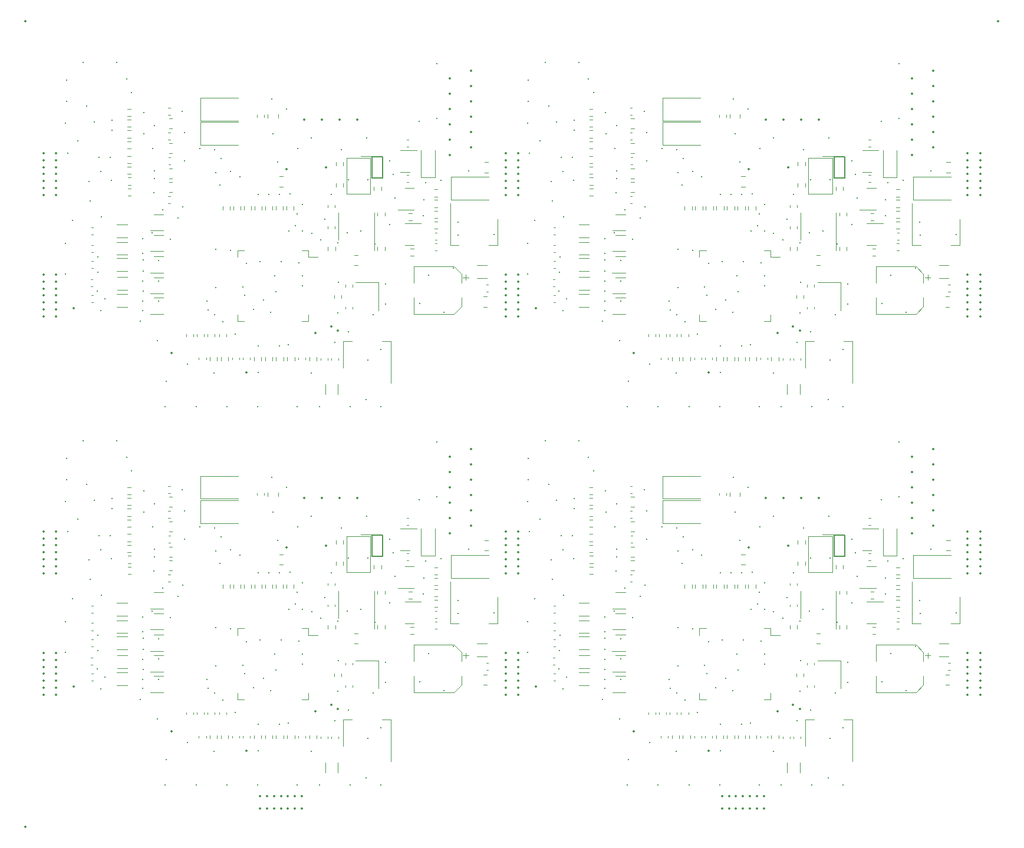
<source format=gbr>
%TF.GenerationSoftware,KiCad,Pcbnew,(6.0.0)*%
%TF.CreationDate,2022-01-03T10:41:28+08:00*%
%TF.ProjectId,SX7H02050048PB,53583748-3032-4303-9530-30343850422e,rev?*%
%TF.SameCoordinates,Original*%
%TF.FileFunction,Legend,Bot*%
%TF.FilePolarity,Positive*%
%FSLAX46Y46*%
G04 Gerber Fmt 4.6, Leading zero omitted, Abs format (unit mm)*
G04 Created by KiCad (PCBNEW (6.0.0)) date 2022-01-03 10:41:28*
%MOMM*%
%LPD*%
G01*
G04 APERTURE LIST*
%ADD10C,0.120000*%
%ADD11C,0.200000*%
%ADD12C,0.300000*%
%ADD13C,0.350000*%
G04 APERTURE END LIST*
D10*
%TO.C,Q105*%
X108651798Y-118892814D02*
X106751798Y-118892814D01*
X107251798Y-116572814D02*
X108651798Y-116572814D01*
%TO.C,D104*%
X113975998Y-94611114D02*
X113975998Y-91311114D01*
X113975998Y-94611114D02*
X119375998Y-94611114D01*
X113975998Y-91311114D02*
X119375998Y-91311114D01*
%TO.C,R123*%
X103940256Y-90980014D02*
X103465740Y-90980014D01*
X103940256Y-92025014D02*
X103465740Y-92025014D01*
%TO.C,C123*%
X117674998Y-121816534D02*
X117674998Y-122097694D01*
X116654998Y-121816534D02*
X116654998Y-122097694D01*
%TO.C,Q102*%
X156642998Y-105248114D02*
X156642998Y-109008114D01*
X149822998Y-109008114D02*
X151082998Y-109008114D01*
X156642998Y-109008114D02*
X155382998Y-109008114D01*
X149822998Y-102998114D02*
X149822998Y-109008114D01*
%TO.C,R143*%
X101974734Y-106072814D02*
X103428862Y-106072814D01*
X101974734Y-107892814D02*
X103428862Y-107892814D01*
%TO.C,R129*%
X103465740Y-94104214D02*
X103940256Y-94104214D01*
X103465740Y-95149214D02*
X103940256Y-95149214D01*
%TO.C,R128*%
X103478740Y-98781414D02*
X103953256Y-98781414D01*
X103478740Y-97736414D02*
X103953256Y-97736414D01*
%TO.C,C115*%
X134765198Y-118186094D02*
X134765198Y-117904934D01*
X135785198Y-118186094D02*
X135785198Y-117904934D01*
%TO.C,R125*%
X103940256Y-92529414D02*
X103465740Y-92529414D01*
X103940256Y-93574414D02*
X103465740Y-93574414D01*
%TO.C,L102*%
X118559998Y-125473994D02*
X118559998Y-125192834D01*
X119579998Y-125473994D02*
X119579998Y-125192834D01*
%TO.C,C104*%
X151435998Y-113134551D02*
X150371561Y-112070114D01*
X151435998Y-113134551D02*
X151435998Y-114420114D01*
X151435998Y-117825677D02*
X150371561Y-118890114D01*
X152069748Y-113238864D02*
X152069748Y-114026364D01*
X151435998Y-117825677D02*
X151435998Y-116540114D01*
X144615998Y-118890114D02*
X144615998Y-116540114D01*
X150371561Y-118890114D02*
X144615998Y-118890114D01*
X152463498Y-113632614D02*
X151675998Y-113632614D01*
X144615998Y-112070114D02*
X144615998Y-114420114D01*
X150371561Y-112070114D02*
X144615998Y-112070114D01*
%TO.C,C112*%
X123135998Y-90320534D02*
X123135998Y-90601694D01*
X122115998Y-90320534D02*
X122115998Y-90601694D01*
%TO.C,L104*%
X138335098Y-96475514D02*
X138335098Y-101665514D01*
X138335098Y-96475514D02*
X134915098Y-96475514D01*
X138335098Y-101665514D02*
X134915098Y-101665514D01*
X138575098Y-96225514D02*
X136975098Y-96225514D01*
X134915098Y-96475514D02*
X134915098Y-101665514D01*
X138575098Y-96225514D02*
X138575098Y-97670514D01*
%TO.C,R148*%
X134451498Y-97081856D02*
X134451498Y-97556372D01*
X133406498Y-97081856D02*
X133406498Y-97556372D01*
%TO.C,Y101*%
X139515998Y-114369114D02*
X139515998Y-118369114D01*
X136215998Y-114369114D02*
X139515998Y-114369114D01*
%TO.C,C142*%
X98497178Y-113899214D02*
X98216018Y-113899214D01*
X98497178Y-114919214D02*
X98216018Y-114919214D01*
%TO.C,R117*%
X130641498Y-125096156D02*
X130641498Y-125570672D01*
X129596498Y-125096156D02*
X129596498Y-125570672D01*
%TO.C,C103*%
X153664746Y-113723114D02*
X155087250Y-113723114D01*
X153664746Y-111903114D02*
X155087250Y-111903114D01*
%TO.C,C102*%
X147643818Y-108243114D02*
X147924978Y-108243114D01*
X147643818Y-107223114D02*
X147924978Y-107223114D01*
%TO.C,R130*%
X109899062Y-101432314D02*
X109444934Y-101432314D01*
X109899062Y-99962314D02*
X109444934Y-99962314D01*
%TO.C,C107*%
X154622746Y-116396114D02*
X155145250Y-116396114D01*
X154622746Y-117866114D02*
X155145250Y-117866114D01*
%TO.C,C141*%
X98592378Y-117242814D02*
X98311218Y-117242814D01*
X98592378Y-116222814D02*
X98311218Y-116222814D01*
%TO.C,R108*%
X115321598Y-125096156D02*
X115321598Y-125570672D01*
X116366598Y-125096156D02*
X116366598Y-125570672D01*
%TO.C,R139*%
X124838198Y-125096156D02*
X124838198Y-125570672D01*
X125883198Y-125096156D02*
X125883198Y-125570672D01*
%TO.C,C130*%
X109328218Y-92821314D02*
X109609378Y-92821314D01*
X109328218Y-93841314D02*
X109609378Y-93841314D01*
%TO.C,L101*%
X147912578Y-109767114D02*
X147631418Y-109767114D01*
X147912578Y-108747114D02*
X147631418Y-108747114D01*
%TO.C,C143*%
X98592378Y-108972814D02*
X98311218Y-108972814D01*
X98592378Y-109992814D02*
X98311218Y-109992814D01*
%TO.C,C108*%
X133695998Y-128992862D02*
X133695998Y-130415366D01*
X131875998Y-128992862D02*
X131875998Y-130415366D01*
%TO.C,D102*%
X149959998Y-102525114D02*
X149959998Y-99225114D01*
X149959998Y-102525114D02*
X155359998Y-102525114D01*
X149959998Y-99225114D02*
X155359998Y-99225114D01*
%TO.C,C147*%
X132275998Y-106603694D02*
X132275998Y-106322534D01*
X133295998Y-106603694D02*
X133295998Y-106322534D01*
%TO.C,R122*%
X103978656Y-100356214D02*
X103504140Y-100356214D01*
X103978656Y-99311214D02*
X103504140Y-99311214D01*
%TO.C,R107*%
X116896498Y-125096156D02*
X116896498Y-125570672D01*
X117941498Y-125096156D02*
X117941498Y-125570672D01*
%TO.C,R153*%
X132263498Y-109273856D02*
X132263498Y-109748372D01*
X133308498Y-109273856D02*
X133308498Y-109748372D01*
%TO.C,C126*%
X113479998Y-121816534D02*
X113479998Y-122097694D01*
X114499998Y-121816534D02*
X114499998Y-122097694D01*
D11*
%TO.C,R149*%
X140139999Y-96327117D02*
X138639997Y-96327117D01*
X140139999Y-99327116D02*
X140139999Y-96327117D01*
X138639997Y-99327116D02*
X138639997Y-96327117D01*
X140139999Y-99327116D02*
X138639997Y-99327116D01*
D10*
%TO.C,C125*%
X116023998Y-121816534D02*
X116023998Y-122097694D01*
X115003998Y-121816534D02*
X115003998Y-122097694D01*
%TO.C,R133*%
X109899062Y-94374314D02*
X109444934Y-94374314D01*
X109899062Y-95844314D02*
X109444934Y-95844314D01*
%TO.C,R137*%
X123252098Y-125096156D02*
X123252098Y-125570672D01*
X124297098Y-125096156D02*
X124297098Y-125570672D01*
%TO.C,R113*%
X120198498Y-103431856D02*
X120198498Y-103906372D01*
X121243498Y-103431856D02*
X121243498Y-103906372D01*
%TO.C,C106*%
X113747998Y-125192834D02*
X113747998Y-125473994D01*
X114767998Y-125192834D02*
X114767998Y-125473994D01*
%TO.C,R111*%
X134222898Y-116182656D02*
X134222898Y-116657172D01*
X133177898Y-116182656D02*
X133177898Y-116657172D01*
%TO.C,R136*%
X121722498Y-103431856D02*
X121722498Y-103906372D01*
X122767498Y-103431856D02*
X122767498Y-103906372D01*
%TO.C,R104*%
X147547140Y-106675614D02*
X148021656Y-106675614D01*
X147547140Y-105630614D02*
X148021656Y-105630614D01*
%TO.C,C146*%
X133295998Y-103555694D02*
X133295998Y-103274534D01*
X132275998Y-103555694D02*
X132275998Y-103274534D01*
%TO.C,C127*%
X109328218Y-101965314D02*
X109609378Y-101965314D01*
X109328218Y-102985314D02*
X109609378Y-102985314D01*
%TO.C,C101*%
X155272250Y-97092114D02*
X154749746Y-97092114D01*
X155272250Y-98562114D02*
X154749746Y-98562114D01*
%TO.C,Q101*%
X143961998Y-100839114D02*
X144611998Y-100839114D01*
X143961998Y-103959114D02*
X144611998Y-103959114D01*
X143961998Y-103959114D02*
X142286998Y-103959114D01*
X143961998Y-100839114D02*
X143311998Y-100839114D01*
%TO.C,Q104*%
X108642598Y-112968014D02*
X106742598Y-112968014D01*
X107242598Y-110648014D02*
X108642598Y-110648014D01*
%TO.C,R145*%
X101974734Y-117892814D02*
X103428862Y-117892814D01*
X101974734Y-116072814D02*
X103428862Y-116072814D01*
%TO.C,R101*%
X144105740Y-109496614D02*
X144580256Y-109496614D01*
X144105740Y-110541614D02*
X144580256Y-110541614D01*
%TO.C,Q107*%
X107251798Y-107572814D02*
X108651798Y-107572814D01*
X108651798Y-109892814D02*
X106751798Y-109892814D01*
%TO.C,D103*%
X143961998Y-109039114D02*
X143311998Y-109039114D01*
X143961998Y-105919114D02*
X143311998Y-105919114D01*
X143961998Y-109039114D02*
X144611998Y-109039114D01*
X143961998Y-105919114D02*
X145636998Y-105919114D01*
%TO.C,U102*%
X119268598Y-109735114D02*
X119268598Y-110685114D01*
X129488598Y-110685114D02*
X130828598Y-110685114D01*
X119268598Y-119955114D02*
X119268598Y-119005114D01*
X120218598Y-119955114D02*
X119268598Y-119955114D01*
X120218598Y-109735114D02*
X119268598Y-109735114D01*
X128538598Y-109735114D02*
X129488598Y-109735114D01*
X129488598Y-119955114D02*
X129488598Y-119005114D01*
X129488598Y-109735114D02*
X129488598Y-110685114D01*
X128538598Y-119955114D02*
X129488598Y-119955114D01*
%TO.C,U101*%
X141275998Y-128851114D02*
X141275998Y-122841114D01*
X134455998Y-122841114D02*
X135715998Y-122841114D01*
X134455998Y-126601114D02*
X134455998Y-122841114D01*
X141275998Y-122841114D02*
X140015998Y-122841114D01*
%TO.C,C105*%
X154997418Y-114716114D02*
X155278578Y-114716114D01*
X154997418Y-115736114D02*
X155278578Y-115736114D01*
%TO.C,D108*%
X143326998Y-95378114D02*
X142676998Y-95378114D01*
X143326998Y-98498114D02*
X143976998Y-98498114D01*
X143326998Y-95378114D02*
X145001998Y-95378114D01*
X143326998Y-98498114D02*
X142676998Y-98498114D01*
%TO.C,R141*%
X121665998Y-125096156D02*
X121665998Y-125570672D01*
X122710998Y-125096156D02*
X122710998Y-125570672D01*
%TO.C,C140*%
X98583178Y-112332414D02*
X98302018Y-112332414D01*
X98583178Y-111312414D02*
X98302018Y-111312414D01*
%TO.C,R105*%
X148009256Y-100987614D02*
X147534740Y-100987614D01*
X148009256Y-102032614D02*
X147534740Y-102032614D01*
%TO.C,R150*%
X134451498Y-100129856D02*
X134451498Y-100604372D01*
X133406498Y-100129856D02*
X133406498Y-100604372D01*
%TO.C,U104*%
X133781998Y-106336114D02*
X133781998Y-104386114D01*
X138901998Y-106336114D02*
X138901998Y-109786114D01*
X133781998Y-106336114D02*
X133781998Y-108286114D01*
X138901998Y-106336114D02*
X138901998Y-104386114D01*
%TO.C,C110*%
X131259998Y-125526694D02*
X131259998Y-125245534D01*
X132279998Y-125526694D02*
X132279998Y-125245534D01*
%TO.C,R151*%
X139912498Y-101112372D02*
X139912498Y-100637856D01*
X138867498Y-101112372D02*
X138867498Y-100637856D01*
%TO.C,D101*%
X145628998Y-99315114D02*
X145628998Y-95415114D01*
X147628998Y-99315114D02*
X145628998Y-99315114D01*
X147628998Y-99315114D02*
X147628998Y-95415114D01*
%TO.C,R146*%
X101998334Y-115420814D02*
X103452462Y-115420814D01*
X101998334Y-113600814D02*
X103452462Y-113600814D01*
%TO.C,Q103*%
X107251798Y-104572814D02*
X108651798Y-104572814D01*
X108651798Y-106892814D02*
X106751798Y-106892814D01*
%TO.C,C128*%
X109328218Y-90285314D02*
X109609378Y-90285314D01*
X109328218Y-89265314D02*
X109609378Y-89265314D01*
%TO.C,Q106*%
X108651798Y-115950214D02*
X106751798Y-115950214D01*
X107251798Y-113630214D02*
X108651798Y-113630214D01*
%TO.C,R144*%
X101965534Y-112732414D02*
X103419662Y-112732414D01*
X101965534Y-110912414D02*
X103419662Y-110912414D01*
%TO.C,R142*%
X127469298Y-125096156D02*
X127469298Y-125570672D01*
X126424298Y-125096156D02*
X126424298Y-125570672D01*
%TO.C,R114*%
X124291498Y-103431856D02*
X124291498Y-103906372D01*
X123246498Y-103431856D02*
X123246498Y-103906372D01*
%TO.C,R135*%
X118674498Y-103431856D02*
X118674498Y-103906372D01*
X119719498Y-103431856D02*
X119719498Y-103906372D01*
%TO.C,R147*%
X101974734Y-110392814D02*
X103428862Y-110392814D01*
X101974734Y-108572814D02*
X103428862Y-108572814D01*
%TO.C,C137*%
X120092398Y-125192834D02*
X120092398Y-125473994D01*
X121112398Y-125192834D02*
X121112398Y-125473994D01*
%TO.C,C132*%
X125285746Y-100594114D02*
X125808250Y-100594114D01*
X125285746Y-99124114D02*
X125808250Y-99124114D01*
%TO.C,C111*%
X132783998Y-125526694D02*
X132783998Y-125245534D01*
X133803998Y-125526694D02*
X133803998Y-125245534D01*
%TO.C,R106*%
X148009256Y-103556614D02*
X147534740Y-103556614D01*
X148009256Y-102511614D02*
X147534740Y-102511614D01*
%TO.C,R115*%
X124770498Y-103906372D02*
X124770498Y-103431856D01*
X125815498Y-103906372D02*
X125815498Y-103431856D01*
%TO.C,R103*%
X148021656Y-104106614D02*
X147547140Y-104106614D01*
X148021656Y-105151614D02*
X147547140Y-105151614D01*
%TO.C,R126*%
X103529540Y-100860614D02*
X104004056Y-100860614D01*
X103529540Y-101905614D02*
X104004056Y-101905614D01*
%TO.C,C145*%
X143567418Y-98968114D02*
X143848578Y-98968114D01*
X143567418Y-99988114D02*
X143848578Y-99988114D01*
%TO.C,C109*%
X125110998Y-90199862D02*
X125110998Y-90722366D01*
X123640998Y-90199862D02*
X123640998Y-90722366D01*
%TO.C,R127*%
X103465740Y-89430614D02*
X103940256Y-89430614D01*
X103465740Y-90475614D02*
X103940256Y-90475614D01*
%TO.C,C114*%
X135785198Y-114704534D02*
X135785198Y-114985694D01*
X134765198Y-114704534D02*
X134765198Y-114985694D01*
%TO.C,C124*%
X112975998Y-121816534D02*
X112975998Y-122097694D01*
X111955998Y-121816534D02*
X111955998Y-122097694D01*
%TO.C,D105*%
X113975998Y-87811114D02*
X119375998Y-87811114D01*
X113975998Y-91111114D02*
X119375998Y-91111114D01*
X113975998Y-91111114D02*
X113975998Y-87811114D01*
%TO.C,C138*%
X129042898Y-125192834D02*
X129042898Y-125473994D01*
X128022898Y-125192834D02*
X128022898Y-125473994D01*
%TO.C,R131*%
X109899062Y-92288314D02*
X109444934Y-92288314D01*
X109899062Y-90818314D02*
X109444934Y-90818314D01*
%TO.C,R132*%
X109899062Y-97981114D02*
X109444934Y-97981114D01*
X109899062Y-99451114D02*
X109444934Y-99451114D01*
%TO.C,C139*%
X98592378Y-106472814D02*
X98311218Y-106472814D01*
X98592378Y-107492814D02*
X98311218Y-107492814D01*
%TO.C,R102*%
X143851740Y-104416614D02*
X144326256Y-104416614D01*
X143851740Y-105461614D02*
X144326256Y-105461614D01*
%TO.C,R152*%
X139375498Y-104320856D02*
X139375498Y-104795372D01*
X140420498Y-104320856D02*
X140420498Y-104795372D01*
%TO.C,R154*%
X139375498Y-109273856D02*
X139375498Y-109748372D01*
X140420498Y-109273856D02*
X140420498Y-109748372D01*
%TO.C,C129*%
X109379018Y-97448114D02*
X109660178Y-97448114D01*
X109379018Y-96428114D02*
X109660178Y-96428114D01*
%TO.C,C144*%
X143848578Y-93888114D02*
X143567418Y-93888114D01*
X143848578Y-94908114D02*
X143567418Y-94908114D01*
%TO.C,R134*%
X118195498Y-103906372D02*
X118195498Y-103431856D01*
X117150498Y-103906372D02*
X117150498Y-103431856D01*
%TO.C,L105*%
X127339498Y-103906372D02*
X127339498Y-103431856D01*
X126294498Y-103906372D02*
X126294498Y-103431856D01*
%TO.C,R124*%
X103940256Y-96187014D02*
X103465740Y-96187014D01*
X103940256Y-97232014D02*
X103465740Y-97232014D01*
%TO.C,C148*%
X136080746Y-111897114D02*
X136603250Y-111897114D01*
X136080746Y-110427114D02*
X136603250Y-110427114D01*
%TO.C,Q105*%
X42301798Y-118892814D02*
X40401798Y-118892814D01*
X40901798Y-116572814D02*
X42301798Y-116572814D01*
%TO.C,D104*%
X47625998Y-94611114D02*
X47625998Y-91311114D01*
X47625998Y-94611114D02*
X53025998Y-94611114D01*
X47625998Y-91311114D02*
X53025998Y-91311114D01*
%TO.C,R123*%
X37590256Y-90980014D02*
X37115740Y-90980014D01*
X37590256Y-92025014D02*
X37115740Y-92025014D01*
%TO.C,C123*%
X51324998Y-121816534D02*
X51324998Y-122097694D01*
X50304998Y-121816534D02*
X50304998Y-122097694D01*
%TO.C,Q102*%
X90292998Y-105248114D02*
X90292998Y-109008114D01*
X83472998Y-109008114D02*
X84732998Y-109008114D01*
X90292998Y-109008114D02*
X89032998Y-109008114D01*
X83472998Y-102998114D02*
X83472998Y-109008114D01*
%TO.C,R143*%
X35624734Y-106072814D02*
X37078862Y-106072814D01*
X35624734Y-107892814D02*
X37078862Y-107892814D01*
%TO.C,R129*%
X37115740Y-94104214D02*
X37590256Y-94104214D01*
X37115740Y-95149214D02*
X37590256Y-95149214D01*
%TO.C,R128*%
X37128740Y-98781414D02*
X37603256Y-98781414D01*
X37128740Y-97736414D02*
X37603256Y-97736414D01*
%TO.C,C115*%
X68415198Y-118186094D02*
X68415198Y-117904934D01*
X69435198Y-118186094D02*
X69435198Y-117904934D01*
%TO.C,R125*%
X37590256Y-92529414D02*
X37115740Y-92529414D01*
X37590256Y-93574414D02*
X37115740Y-93574414D01*
%TO.C,L102*%
X52209998Y-125473994D02*
X52209998Y-125192834D01*
X53229998Y-125473994D02*
X53229998Y-125192834D01*
%TO.C,C104*%
X85085998Y-113134551D02*
X84021561Y-112070114D01*
X85085998Y-113134551D02*
X85085998Y-114420114D01*
X85085998Y-117825677D02*
X84021561Y-118890114D01*
X85719748Y-113238864D02*
X85719748Y-114026364D01*
X85085998Y-117825677D02*
X85085998Y-116540114D01*
X78265998Y-118890114D02*
X78265998Y-116540114D01*
X84021561Y-118890114D02*
X78265998Y-118890114D01*
X86113498Y-113632614D02*
X85325998Y-113632614D01*
X78265998Y-112070114D02*
X78265998Y-114420114D01*
X84021561Y-112070114D02*
X78265998Y-112070114D01*
%TO.C,C112*%
X56785998Y-90320534D02*
X56785998Y-90601694D01*
X55765998Y-90320534D02*
X55765998Y-90601694D01*
%TO.C,L104*%
X71985098Y-96475514D02*
X71985098Y-101665514D01*
X71985098Y-96475514D02*
X68565098Y-96475514D01*
X71985098Y-101665514D02*
X68565098Y-101665514D01*
X72225098Y-96225514D02*
X70625098Y-96225514D01*
X68565098Y-96475514D02*
X68565098Y-101665514D01*
X72225098Y-96225514D02*
X72225098Y-97670514D01*
%TO.C,R148*%
X68101498Y-97081856D02*
X68101498Y-97556372D01*
X67056498Y-97081856D02*
X67056498Y-97556372D01*
%TO.C,Y101*%
X73165998Y-114369114D02*
X73165998Y-118369114D01*
X69865998Y-114369114D02*
X73165998Y-114369114D01*
%TO.C,C142*%
X32147178Y-113899214D02*
X31866018Y-113899214D01*
X32147178Y-114919214D02*
X31866018Y-114919214D01*
%TO.C,R117*%
X64291498Y-125096156D02*
X64291498Y-125570672D01*
X63246498Y-125096156D02*
X63246498Y-125570672D01*
%TO.C,C103*%
X87314746Y-113723114D02*
X88737250Y-113723114D01*
X87314746Y-111903114D02*
X88737250Y-111903114D01*
%TO.C,C102*%
X81293818Y-108243114D02*
X81574978Y-108243114D01*
X81293818Y-107223114D02*
X81574978Y-107223114D01*
%TO.C,R130*%
X43549062Y-101432314D02*
X43094934Y-101432314D01*
X43549062Y-99962314D02*
X43094934Y-99962314D01*
%TO.C,C107*%
X88272746Y-116396114D02*
X88795250Y-116396114D01*
X88272746Y-117866114D02*
X88795250Y-117866114D01*
%TO.C,C141*%
X32242378Y-117242814D02*
X31961218Y-117242814D01*
X32242378Y-116222814D02*
X31961218Y-116222814D01*
%TO.C,R108*%
X48971598Y-125096156D02*
X48971598Y-125570672D01*
X50016598Y-125096156D02*
X50016598Y-125570672D01*
%TO.C,R139*%
X58488198Y-125096156D02*
X58488198Y-125570672D01*
X59533198Y-125096156D02*
X59533198Y-125570672D01*
%TO.C,C130*%
X42978218Y-92821314D02*
X43259378Y-92821314D01*
X42978218Y-93841314D02*
X43259378Y-93841314D01*
%TO.C,L101*%
X81562578Y-109767114D02*
X81281418Y-109767114D01*
X81562578Y-108747114D02*
X81281418Y-108747114D01*
%TO.C,C143*%
X32242378Y-108972814D02*
X31961218Y-108972814D01*
X32242378Y-109992814D02*
X31961218Y-109992814D01*
%TO.C,C108*%
X67345998Y-128992862D02*
X67345998Y-130415366D01*
X65525998Y-128992862D02*
X65525998Y-130415366D01*
%TO.C,D102*%
X83609998Y-102525114D02*
X83609998Y-99225114D01*
X83609998Y-102525114D02*
X89009998Y-102525114D01*
X83609998Y-99225114D02*
X89009998Y-99225114D01*
%TO.C,C147*%
X65925998Y-106603694D02*
X65925998Y-106322534D01*
X66945998Y-106603694D02*
X66945998Y-106322534D01*
%TO.C,R122*%
X37628656Y-100356214D02*
X37154140Y-100356214D01*
X37628656Y-99311214D02*
X37154140Y-99311214D01*
%TO.C,R107*%
X50546498Y-125096156D02*
X50546498Y-125570672D01*
X51591498Y-125096156D02*
X51591498Y-125570672D01*
%TO.C,R153*%
X65913498Y-109273856D02*
X65913498Y-109748372D01*
X66958498Y-109273856D02*
X66958498Y-109748372D01*
%TO.C,C126*%
X47129998Y-121816534D02*
X47129998Y-122097694D01*
X48149998Y-121816534D02*
X48149998Y-122097694D01*
D11*
%TO.C,R149*%
X73789999Y-96327117D02*
X72289997Y-96327117D01*
X73789999Y-99327116D02*
X73789999Y-96327117D01*
X72289997Y-99327116D02*
X72289997Y-96327117D01*
X73789999Y-99327116D02*
X72289997Y-99327116D01*
D10*
%TO.C,C125*%
X49673998Y-121816534D02*
X49673998Y-122097694D01*
X48653998Y-121816534D02*
X48653998Y-122097694D01*
%TO.C,R133*%
X43549062Y-94374314D02*
X43094934Y-94374314D01*
X43549062Y-95844314D02*
X43094934Y-95844314D01*
%TO.C,R137*%
X56902098Y-125096156D02*
X56902098Y-125570672D01*
X57947098Y-125096156D02*
X57947098Y-125570672D01*
%TO.C,R113*%
X53848498Y-103431856D02*
X53848498Y-103906372D01*
X54893498Y-103431856D02*
X54893498Y-103906372D01*
%TO.C,C106*%
X47397998Y-125192834D02*
X47397998Y-125473994D01*
X48417998Y-125192834D02*
X48417998Y-125473994D01*
%TO.C,R111*%
X67872898Y-116182656D02*
X67872898Y-116657172D01*
X66827898Y-116182656D02*
X66827898Y-116657172D01*
%TO.C,R136*%
X55372498Y-103431856D02*
X55372498Y-103906372D01*
X56417498Y-103431856D02*
X56417498Y-103906372D01*
%TO.C,R104*%
X81197140Y-106675614D02*
X81671656Y-106675614D01*
X81197140Y-105630614D02*
X81671656Y-105630614D01*
%TO.C,C146*%
X66945998Y-103555694D02*
X66945998Y-103274534D01*
X65925998Y-103555694D02*
X65925998Y-103274534D01*
%TO.C,C127*%
X42978218Y-101965314D02*
X43259378Y-101965314D01*
X42978218Y-102985314D02*
X43259378Y-102985314D01*
%TO.C,C101*%
X88922250Y-97092114D02*
X88399746Y-97092114D01*
X88922250Y-98562114D02*
X88399746Y-98562114D01*
%TO.C,Q101*%
X77611998Y-100839114D02*
X78261998Y-100839114D01*
X77611998Y-103959114D02*
X78261998Y-103959114D01*
X77611998Y-103959114D02*
X75936998Y-103959114D01*
X77611998Y-100839114D02*
X76961998Y-100839114D01*
%TO.C,Q104*%
X42292598Y-112968014D02*
X40392598Y-112968014D01*
X40892598Y-110648014D02*
X42292598Y-110648014D01*
%TO.C,R145*%
X35624734Y-117892814D02*
X37078862Y-117892814D01*
X35624734Y-116072814D02*
X37078862Y-116072814D01*
%TO.C,R101*%
X77755740Y-109496614D02*
X78230256Y-109496614D01*
X77755740Y-110541614D02*
X78230256Y-110541614D01*
%TO.C,Q107*%
X40901798Y-107572814D02*
X42301798Y-107572814D01*
X42301798Y-109892814D02*
X40401798Y-109892814D01*
%TO.C,D103*%
X77611998Y-109039114D02*
X76961998Y-109039114D01*
X77611998Y-105919114D02*
X76961998Y-105919114D01*
X77611998Y-109039114D02*
X78261998Y-109039114D01*
X77611998Y-105919114D02*
X79286998Y-105919114D01*
%TO.C,U102*%
X52918598Y-109735114D02*
X52918598Y-110685114D01*
X63138598Y-110685114D02*
X64478598Y-110685114D01*
X52918598Y-119955114D02*
X52918598Y-119005114D01*
X53868598Y-119955114D02*
X52918598Y-119955114D01*
X53868598Y-109735114D02*
X52918598Y-109735114D01*
X62188598Y-109735114D02*
X63138598Y-109735114D01*
X63138598Y-119955114D02*
X63138598Y-119005114D01*
X63138598Y-109735114D02*
X63138598Y-110685114D01*
X62188598Y-119955114D02*
X63138598Y-119955114D01*
%TO.C,U101*%
X74925998Y-128851114D02*
X74925998Y-122841114D01*
X68105998Y-122841114D02*
X69365998Y-122841114D01*
X68105998Y-126601114D02*
X68105998Y-122841114D01*
X74925998Y-122841114D02*
X73665998Y-122841114D01*
%TO.C,C105*%
X88647418Y-114716114D02*
X88928578Y-114716114D01*
X88647418Y-115736114D02*
X88928578Y-115736114D01*
%TO.C,D108*%
X76976998Y-95378114D02*
X76326998Y-95378114D01*
X76976998Y-98498114D02*
X77626998Y-98498114D01*
X76976998Y-95378114D02*
X78651998Y-95378114D01*
X76976998Y-98498114D02*
X76326998Y-98498114D01*
%TO.C,R141*%
X55315998Y-125096156D02*
X55315998Y-125570672D01*
X56360998Y-125096156D02*
X56360998Y-125570672D01*
%TO.C,C140*%
X32233178Y-112332414D02*
X31952018Y-112332414D01*
X32233178Y-111312414D02*
X31952018Y-111312414D01*
%TO.C,R105*%
X81659256Y-100987614D02*
X81184740Y-100987614D01*
X81659256Y-102032614D02*
X81184740Y-102032614D01*
%TO.C,R150*%
X68101498Y-100129856D02*
X68101498Y-100604372D01*
X67056498Y-100129856D02*
X67056498Y-100604372D01*
%TO.C,U104*%
X67431998Y-106336114D02*
X67431998Y-104386114D01*
X72551998Y-106336114D02*
X72551998Y-109786114D01*
X67431998Y-106336114D02*
X67431998Y-108286114D01*
X72551998Y-106336114D02*
X72551998Y-104386114D01*
%TO.C,C110*%
X64909998Y-125526694D02*
X64909998Y-125245534D01*
X65929998Y-125526694D02*
X65929998Y-125245534D01*
%TO.C,R151*%
X73562498Y-101112372D02*
X73562498Y-100637856D01*
X72517498Y-101112372D02*
X72517498Y-100637856D01*
%TO.C,D101*%
X79278998Y-99315114D02*
X79278998Y-95415114D01*
X81278998Y-99315114D02*
X79278998Y-99315114D01*
X81278998Y-99315114D02*
X81278998Y-95415114D01*
%TO.C,R146*%
X35648334Y-115420814D02*
X37102462Y-115420814D01*
X35648334Y-113600814D02*
X37102462Y-113600814D01*
%TO.C,Q103*%
X40901798Y-104572814D02*
X42301798Y-104572814D01*
X42301798Y-106892814D02*
X40401798Y-106892814D01*
%TO.C,C128*%
X42978218Y-90285314D02*
X43259378Y-90285314D01*
X42978218Y-89265314D02*
X43259378Y-89265314D01*
%TO.C,Q106*%
X42301798Y-115950214D02*
X40401798Y-115950214D01*
X40901798Y-113630214D02*
X42301798Y-113630214D01*
%TO.C,R144*%
X35615534Y-112732414D02*
X37069662Y-112732414D01*
X35615534Y-110912414D02*
X37069662Y-110912414D01*
%TO.C,R142*%
X61119298Y-125096156D02*
X61119298Y-125570672D01*
X60074298Y-125096156D02*
X60074298Y-125570672D01*
%TO.C,R114*%
X57941498Y-103431856D02*
X57941498Y-103906372D01*
X56896498Y-103431856D02*
X56896498Y-103906372D01*
%TO.C,R135*%
X52324498Y-103431856D02*
X52324498Y-103906372D01*
X53369498Y-103431856D02*
X53369498Y-103906372D01*
%TO.C,R147*%
X35624734Y-110392814D02*
X37078862Y-110392814D01*
X35624734Y-108572814D02*
X37078862Y-108572814D01*
%TO.C,C137*%
X53742398Y-125192834D02*
X53742398Y-125473994D01*
X54762398Y-125192834D02*
X54762398Y-125473994D01*
%TO.C,C132*%
X58935746Y-100594114D02*
X59458250Y-100594114D01*
X58935746Y-99124114D02*
X59458250Y-99124114D01*
%TO.C,C111*%
X66433998Y-125526694D02*
X66433998Y-125245534D01*
X67453998Y-125526694D02*
X67453998Y-125245534D01*
%TO.C,R106*%
X81659256Y-103556614D02*
X81184740Y-103556614D01*
X81659256Y-102511614D02*
X81184740Y-102511614D01*
%TO.C,R115*%
X58420498Y-103906372D02*
X58420498Y-103431856D01*
X59465498Y-103906372D02*
X59465498Y-103431856D01*
%TO.C,R103*%
X81671656Y-104106614D02*
X81197140Y-104106614D01*
X81671656Y-105151614D02*
X81197140Y-105151614D01*
%TO.C,R126*%
X37179540Y-100860614D02*
X37654056Y-100860614D01*
X37179540Y-101905614D02*
X37654056Y-101905614D01*
%TO.C,C145*%
X77217418Y-98968114D02*
X77498578Y-98968114D01*
X77217418Y-99988114D02*
X77498578Y-99988114D01*
%TO.C,C109*%
X58760998Y-90199862D02*
X58760998Y-90722366D01*
X57290998Y-90199862D02*
X57290998Y-90722366D01*
%TO.C,R127*%
X37115740Y-89430614D02*
X37590256Y-89430614D01*
X37115740Y-90475614D02*
X37590256Y-90475614D01*
%TO.C,C114*%
X69435198Y-114704534D02*
X69435198Y-114985694D01*
X68415198Y-114704534D02*
X68415198Y-114985694D01*
%TO.C,C124*%
X46625998Y-121816534D02*
X46625998Y-122097694D01*
X45605998Y-121816534D02*
X45605998Y-122097694D01*
%TO.C,D105*%
X47625998Y-87811114D02*
X53025998Y-87811114D01*
X47625998Y-91111114D02*
X53025998Y-91111114D01*
X47625998Y-91111114D02*
X47625998Y-87811114D01*
%TO.C,C138*%
X62692898Y-125192834D02*
X62692898Y-125473994D01*
X61672898Y-125192834D02*
X61672898Y-125473994D01*
%TO.C,R131*%
X43549062Y-92288314D02*
X43094934Y-92288314D01*
X43549062Y-90818314D02*
X43094934Y-90818314D01*
%TO.C,R132*%
X43549062Y-97981114D02*
X43094934Y-97981114D01*
X43549062Y-99451114D02*
X43094934Y-99451114D01*
%TO.C,C139*%
X32242378Y-106472814D02*
X31961218Y-106472814D01*
X32242378Y-107492814D02*
X31961218Y-107492814D01*
%TO.C,R102*%
X77501740Y-104416614D02*
X77976256Y-104416614D01*
X77501740Y-105461614D02*
X77976256Y-105461614D01*
%TO.C,R152*%
X73025498Y-104320856D02*
X73025498Y-104795372D01*
X74070498Y-104320856D02*
X74070498Y-104795372D01*
%TO.C,R154*%
X73025498Y-109273856D02*
X73025498Y-109748372D01*
X74070498Y-109273856D02*
X74070498Y-109748372D01*
%TO.C,C129*%
X43029018Y-97448114D02*
X43310178Y-97448114D01*
X43029018Y-96428114D02*
X43310178Y-96428114D01*
%TO.C,C144*%
X77498578Y-93888114D02*
X77217418Y-93888114D01*
X77498578Y-94908114D02*
X77217418Y-94908114D01*
%TO.C,R134*%
X51845498Y-103906372D02*
X51845498Y-103431856D01*
X50800498Y-103906372D02*
X50800498Y-103431856D01*
%TO.C,L105*%
X60989498Y-103906372D02*
X60989498Y-103431856D01*
X59944498Y-103906372D02*
X59944498Y-103431856D01*
%TO.C,R124*%
X37590256Y-96187014D02*
X37115740Y-96187014D01*
X37590256Y-97232014D02*
X37115740Y-97232014D01*
%TO.C,C148*%
X69730746Y-111897114D02*
X70253250Y-111897114D01*
X69730746Y-110427114D02*
X70253250Y-110427114D01*
%TO.C,Q105*%
X108651798Y-64542753D02*
X106751798Y-64542753D01*
X107251798Y-62222753D02*
X108651798Y-62222753D01*
%TO.C,D104*%
X113975998Y-40261053D02*
X113975998Y-36961053D01*
X113975998Y-40261053D02*
X119375998Y-40261053D01*
X113975998Y-36961053D02*
X119375998Y-36961053D01*
%TO.C,R123*%
X103940256Y-36629953D02*
X103465740Y-36629953D01*
X103940256Y-37674953D02*
X103465740Y-37674953D01*
%TO.C,C123*%
X117674998Y-67466473D02*
X117674998Y-67747633D01*
X116654998Y-67466473D02*
X116654998Y-67747633D01*
%TO.C,Q102*%
X156642998Y-50898053D02*
X156642998Y-54658053D01*
X149822998Y-54658053D02*
X151082998Y-54658053D01*
X156642998Y-54658053D02*
X155382998Y-54658053D01*
X149822998Y-48648053D02*
X149822998Y-54658053D01*
%TO.C,R143*%
X101974734Y-51722753D02*
X103428862Y-51722753D01*
X101974734Y-53542753D02*
X103428862Y-53542753D01*
%TO.C,R129*%
X103465740Y-39754153D02*
X103940256Y-39754153D01*
X103465740Y-40799153D02*
X103940256Y-40799153D01*
%TO.C,R128*%
X103478740Y-44431353D02*
X103953256Y-44431353D01*
X103478740Y-43386353D02*
X103953256Y-43386353D01*
%TO.C,C115*%
X134765198Y-63836033D02*
X134765198Y-63554873D01*
X135785198Y-63836033D02*
X135785198Y-63554873D01*
%TO.C,R125*%
X103940256Y-38179353D02*
X103465740Y-38179353D01*
X103940256Y-39224353D02*
X103465740Y-39224353D01*
%TO.C,L102*%
X118559998Y-71123933D02*
X118559998Y-70842773D01*
X119579998Y-71123933D02*
X119579998Y-70842773D01*
%TO.C,C104*%
X151435998Y-58784490D02*
X150371561Y-57720053D01*
X151435998Y-58784490D02*
X151435998Y-60070053D01*
X151435998Y-63475616D02*
X150371561Y-64540053D01*
X152069748Y-58888803D02*
X152069748Y-59676303D01*
X151435998Y-63475616D02*
X151435998Y-62190053D01*
X144615998Y-64540053D02*
X144615998Y-62190053D01*
X150371561Y-64540053D02*
X144615998Y-64540053D01*
X152463498Y-59282553D02*
X151675998Y-59282553D01*
X144615998Y-57720053D02*
X144615998Y-60070053D01*
X150371561Y-57720053D02*
X144615998Y-57720053D01*
%TO.C,C112*%
X123135998Y-35970473D02*
X123135998Y-36251633D01*
X122115998Y-35970473D02*
X122115998Y-36251633D01*
%TO.C,L104*%
X138335098Y-42125453D02*
X138335098Y-47315453D01*
X138335098Y-42125453D02*
X134915098Y-42125453D01*
X138335098Y-47315453D02*
X134915098Y-47315453D01*
X138575098Y-41875453D02*
X136975098Y-41875453D01*
X134915098Y-42125453D02*
X134915098Y-47315453D01*
X138575098Y-41875453D02*
X138575098Y-43320453D01*
%TO.C,R148*%
X134451498Y-42731795D02*
X134451498Y-43206311D01*
X133406498Y-42731795D02*
X133406498Y-43206311D01*
%TO.C,Y101*%
X139515998Y-60019053D02*
X139515998Y-64019053D01*
X136215998Y-60019053D02*
X139515998Y-60019053D01*
%TO.C,C142*%
X98497178Y-59549153D02*
X98216018Y-59549153D01*
X98497178Y-60569153D02*
X98216018Y-60569153D01*
%TO.C,R117*%
X130641498Y-70746095D02*
X130641498Y-71220611D01*
X129596498Y-70746095D02*
X129596498Y-71220611D01*
%TO.C,C103*%
X153664746Y-59373053D02*
X155087250Y-59373053D01*
X153664746Y-57553053D02*
X155087250Y-57553053D01*
%TO.C,C102*%
X147643818Y-53893053D02*
X147924978Y-53893053D01*
X147643818Y-52873053D02*
X147924978Y-52873053D01*
%TO.C,R130*%
X109899062Y-47082253D02*
X109444934Y-47082253D01*
X109899062Y-45612253D02*
X109444934Y-45612253D01*
%TO.C,C107*%
X154622746Y-62046053D02*
X155145250Y-62046053D01*
X154622746Y-63516053D02*
X155145250Y-63516053D01*
%TO.C,C141*%
X98592378Y-62892753D02*
X98311218Y-62892753D01*
X98592378Y-61872753D02*
X98311218Y-61872753D01*
%TO.C,R108*%
X115321598Y-70746095D02*
X115321598Y-71220611D01*
X116366598Y-70746095D02*
X116366598Y-71220611D01*
%TO.C,R139*%
X124838198Y-70746095D02*
X124838198Y-71220611D01*
X125883198Y-70746095D02*
X125883198Y-71220611D01*
%TO.C,C130*%
X109328218Y-38471253D02*
X109609378Y-38471253D01*
X109328218Y-39491253D02*
X109609378Y-39491253D01*
%TO.C,L101*%
X147912578Y-55417053D02*
X147631418Y-55417053D01*
X147912578Y-54397053D02*
X147631418Y-54397053D01*
%TO.C,C143*%
X98592378Y-54622753D02*
X98311218Y-54622753D01*
X98592378Y-55642753D02*
X98311218Y-55642753D01*
%TO.C,C108*%
X133695998Y-74642801D02*
X133695998Y-76065305D01*
X131875998Y-74642801D02*
X131875998Y-76065305D01*
%TO.C,D102*%
X149959998Y-48175053D02*
X149959998Y-44875053D01*
X149959998Y-48175053D02*
X155359998Y-48175053D01*
X149959998Y-44875053D02*
X155359998Y-44875053D01*
%TO.C,C147*%
X132275998Y-52253633D02*
X132275998Y-51972473D01*
X133295998Y-52253633D02*
X133295998Y-51972473D01*
%TO.C,R122*%
X103978656Y-46006153D02*
X103504140Y-46006153D01*
X103978656Y-44961153D02*
X103504140Y-44961153D01*
%TO.C,R107*%
X116896498Y-70746095D02*
X116896498Y-71220611D01*
X117941498Y-70746095D02*
X117941498Y-71220611D01*
%TO.C,R153*%
X132263498Y-54923795D02*
X132263498Y-55398311D01*
X133308498Y-54923795D02*
X133308498Y-55398311D01*
%TO.C,C126*%
X113479998Y-67466473D02*
X113479998Y-67747633D01*
X114499998Y-67466473D02*
X114499998Y-67747633D01*
D11*
%TO.C,R149*%
X140139999Y-41977056D02*
X138639997Y-41977056D01*
X140139999Y-44977055D02*
X140139999Y-41977056D01*
X138639997Y-44977055D02*
X138639997Y-41977056D01*
X140139999Y-44977055D02*
X138639997Y-44977055D01*
D10*
%TO.C,C125*%
X116023998Y-67466473D02*
X116023998Y-67747633D01*
X115003998Y-67466473D02*
X115003998Y-67747633D01*
%TO.C,R133*%
X109899062Y-40024253D02*
X109444934Y-40024253D01*
X109899062Y-41494253D02*
X109444934Y-41494253D01*
%TO.C,R137*%
X123252098Y-70746095D02*
X123252098Y-71220611D01*
X124297098Y-70746095D02*
X124297098Y-71220611D01*
%TO.C,R113*%
X120198498Y-49081795D02*
X120198498Y-49556311D01*
X121243498Y-49081795D02*
X121243498Y-49556311D01*
%TO.C,C106*%
X113747998Y-70842773D02*
X113747998Y-71123933D01*
X114767998Y-70842773D02*
X114767998Y-71123933D01*
%TO.C,R111*%
X134222898Y-61832595D02*
X134222898Y-62307111D01*
X133177898Y-61832595D02*
X133177898Y-62307111D01*
%TO.C,R136*%
X121722498Y-49081795D02*
X121722498Y-49556311D01*
X122767498Y-49081795D02*
X122767498Y-49556311D01*
%TO.C,R104*%
X147547140Y-52325553D02*
X148021656Y-52325553D01*
X147547140Y-51280553D02*
X148021656Y-51280553D01*
%TO.C,C146*%
X133295998Y-49205633D02*
X133295998Y-48924473D01*
X132275998Y-49205633D02*
X132275998Y-48924473D01*
%TO.C,C127*%
X109328218Y-47615253D02*
X109609378Y-47615253D01*
X109328218Y-48635253D02*
X109609378Y-48635253D01*
%TO.C,C101*%
X155272250Y-42742053D02*
X154749746Y-42742053D01*
X155272250Y-44212053D02*
X154749746Y-44212053D01*
%TO.C,Q101*%
X143961998Y-46489053D02*
X144611998Y-46489053D01*
X143961998Y-49609053D02*
X144611998Y-49609053D01*
X143961998Y-49609053D02*
X142286998Y-49609053D01*
X143961998Y-46489053D02*
X143311998Y-46489053D01*
%TO.C,Q104*%
X108642598Y-58617953D02*
X106742598Y-58617953D01*
X107242598Y-56297953D02*
X108642598Y-56297953D01*
%TO.C,R145*%
X101974734Y-63542753D02*
X103428862Y-63542753D01*
X101974734Y-61722753D02*
X103428862Y-61722753D01*
%TO.C,R101*%
X144105740Y-55146553D02*
X144580256Y-55146553D01*
X144105740Y-56191553D02*
X144580256Y-56191553D01*
%TO.C,Q107*%
X107251798Y-53222753D02*
X108651798Y-53222753D01*
X108651798Y-55542753D02*
X106751798Y-55542753D01*
%TO.C,D103*%
X143961998Y-54689053D02*
X143311998Y-54689053D01*
X143961998Y-51569053D02*
X143311998Y-51569053D01*
X143961998Y-54689053D02*
X144611998Y-54689053D01*
X143961998Y-51569053D02*
X145636998Y-51569053D01*
%TO.C,U102*%
X119268598Y-55385053D02*
X119268598Y-56335053D01*
X129488598Y-56335053D02*
X130828598Y-56335053D01*
X119268598Y-65605053D02*
X119268598Y-64655053D01*
X120218598Y-65605053D02*
X119268598Y-65605053D01*
X120218598Y-55385053D02*
X119268598Y-55385053D01*
X128538598Y-55385053D02*
X129488598Y-55385053D01*
X129488598Y-65605053D02*
X129488598Y-64655053D01*
X129488598Y-55385053D02*
X129488598Y-56335053D01*
X128538598Y-65605053D02*
X129488598Y-65605053D01*
%TO.C,U101*%
X141275998Y-74501053D02*
X141275998Y-68491053D01*
X134455998Y-68491053D02*
X135715998Y-68491053D01*
X134455998Y-72251053D02*
X134455998Y-68491053D01*
X141275998Y-68491053D02*
X140015998Y-68491053D01*
%TO.C,C105*%
X154997418Y-60366053D02*
X155278578Y-60366053D01*
X154997418Y-61386053D02*
X155278578Y-61386053D01*
%TO.C,D108*%
X143326998Y-41028053D02*
X142676998Y-41028053D01*
X143326998Y-44148053D02*
X143976998Y-44148053D01*
X143326998Y-41028053D02*
X145001998Y-41028053D01*
X143326998Y-44148053D02*
X142676998Y-44148053D01*
%TO.C,R141*%
X121665998Y-70746095D02*
X121665998Y-71220611D01*
X122710998Y-70746095D02*
X122710998Y-71220611D01*
%TO.C,C140*%
X98583178Y-57982353D02*
X98302018Y-57982353D01*
X98583178Y-56962353D02*
X98302018Y-56962353D01*
%TO.C,R105*%
X148009256Y-46637553D02*
X147534740Y-46637553D01*
X148009256Y-47682553D02*
X147534740Y-47682553D01*
%TO.C,R150*%
X134451498Y-45779795D02*
X134451498Y-46254311D01*
X133406498Y-45779795D02*
X133406498Y-46254311D01*
%TO.C,U104*%
X133781998Y-51986053D02*
X133781998Y-50036053D01*
X138901998Y-51986053D02*
X138901998Y-55436053D01*
X133781998Y-51986053D02*
X133781998Y-53936053D01*
X138901998Y-51986053D02*
X138901998Y-50036053D01*
%TO.C,C110*%
X131259998Y-71176633D02*
X131259998Y-70895473D01*
X132279998Y-71176633D02*
X132279998Y-70895473D01*
%TO.C,R151*%
X139912498Y-46762311D02*
X139912498Y-46287795D01*
X138867498Y-46762311D02*
X138867498Y-46287795D01*
%TO.C,D101*%
X145628998Y-44965053D02*
X145628998Y-41065053D01*
X147628998Y-44965053D02*
X145628998Y-44965053D01*
X147628998Y-44965053D02*
X147628998Y-41065053D01*
%TO.C,R146*%
X101998334Y-61070753D02*
X103452462Y-61070753D01*
X101998334Y-59250753D02*
X103452462Y-59250753D01*
%TO.C,Q103*%
X107251798Y-50222753D02*
X108651798Y-50222753D01*
X108651798Y-52542753D02*
X106751798Y-52542753D01*
%TO.C,C128*%
X109328218Y-35935253D02*
X109609378Y-35935253D01*
X109328218Y-34915253D02*
X109609378Y-34915253D01*
%TO.C,Q106*%
X108651798Y-61600153D02*
X106751798Y-61600153D01*
X107251798Y-59280153D02*
X108651798Y-59280153D01*
%TO.C,R144*%
X101965534Y-58382353D02*
X103419662Y-58382353D01*
X101965534Y-56562353D02*
X103419662Y-56562353D01*
%TO.C,R142*%
X127469298Y-70746095D02*
X127469298Y-71220611D01*
X126424298Y-70746095D02*
X126424298Y-71220611D01*
%TO.C,R114*%
X124291498Y-49081795D02*
X124291498Y-49556311D01*
X123246498Y-49081795D02*
X123246498Y-49556311D01*
%TO.C,R135*%
X118674498Y-49081795D02*
X118674498Y-49556311D01*
X119719498Y-49081795D02*
X119719498Y-49556311D01*
%TO.C,R147*%
X101974734Y-56042753D02*
X103428862Y-56042753D01*
X101974734Y-54222753D02*
X103428862Y-54222753D01*
%TO.C,C137*%
X120092398Y-70842773D02*
X120092398Y-71123933D01*
X121112398Y-70842773D02*
X121112398Y-71123933D01*
%TO.C,C132*%
X125285746Y-46244053D02*
X125808250Y-46244053D01*
X125285746Y-44774053D02*
X125808250Y-44774053D01*
%TO.C,C111*%
X132783998Y-71176633D02*
X132783998Y-70895473D01*
X133803998Y-71176633D02*
X133803998Y-70895473D01*
%TO.C,R106*%
X148009256Y-49206553D02*
X147534740Y-49206553D01*
X148009256Y-48161553D02*
X147534740Y-48161553D01*
%TO.C,R115*%
X124770498Y-49556311D02*
X124770498Y-49081795D01*
X125815498Y-49556311D02*
X125815498Y-49081795D01*
%TO.C,R103*%
X148021656Y-49756553D02*
X147547140Y-49756553D01*
X148021656Y-50801553D02*
X147547140Y-50801553D01*
%TO.C,R126*%
X103529540Y-46510553D02*
X104004056Y-46510553D01*
X103529540Y-47555553D02*
X104004056Y-47555553D01*
%TO.C,C145*%
X143567418Y-44618053D02*
X143848578Y-44618053D01*
X143567418Y-45638053D02*
X143848578Y-45638053D01*
%TO.C,C109*%
X125110998Y-35849801D02*
X125110998Y-36372305D01*
X123640998Y-35849801D02*
X123640998Y-36372305D01*
%TO.C,R127*%
X103465740Y-35080553D02*
X103940256Y-35080553D01*
X103465740Y-36125553D02*
X103940256Y-36125553D01*
%TO.C,C114*%
X135785198Y-60354473D02*
X135785198Y-60635633D01*
X134765198Y-60354473D02*
X134765198Y-60635633D01*
%TO.C,C124*%
X112975998Y-67466473D02*
X112975998Y-67747633D01*
X111955998Y-67466473D02*
X111955998Y-67747633D01*
%TO.C,D105*%
X113975998Y-33461053D02*
X119375998Y-33461053D01*
X113975998Y-36761053D02*
X119375998Y-36761053D01*
X113975998Y-36761053D02*
X113975998Y-33461053D01*
%TO.C,C138*%
X129042898Y-70842773D02*
X129042898Y-71123933D01*
X128022898Y-70842773D02*
X128022898Y-71123933D01*
%TO.C,R131*%
X109899062Y-37938253D02*
X109444934Y-37938253D01*
X109899062Y-36468253D02*
X109444934Y-36468253D01*
%TO.C,R132*%
X109899062Y-43631053D02*
X109444934Y-43631053D01*
X109899062Y-45101053D02*
X109444934Y-45101053D01*
%TO.C,C139*%
X98592378Y-52122753D02*
X98311218Y-52122753D01*
X98592378Y-53142753D02*
X98311218Y-53142753D01*
%TO.C,R102*%
X143851740Y-50066553D02*
X144326256Y-50066553D01*
X143851740Y-51111553D02*
X144326256Y-51111553D01*
%TO.C,R152*%
X139375498Y-49970795D02*
X139375498Y-50445311D01*
X140420498Y-49970795D02*
X140420498Y-50445311D01*
%TO.C,R154*%
X139375498Y-54923795D02*
X139375498Y-55398311D01*
X140420498Y-54923795D02*
X140420498Y-55398311D01*
%TO.C,C129*%
X109379018Y-43098053D02*
X109660178Y-43098053D01*
X109379018Y-42078053D02*
X109660178Y-42078053D01*
%TO.C,C144*%
X143848578Y-39538053D02*
X143567418Y-39538053D01*
X143848578Y-40558053D02*
X143567418Y-40558053D01*
%TO.C,R134*%
X118195498Y-49556311D02*
X118195498Y-49081795D01*
X117150498Y-49556311D02*
X117150498Y-49081795D01*
%TO.C,L105*%
X127339498Y-49556311D02*
X127339498Y-49081795D01*
X126294498Y-49556311D02*
X126294498Y-49081795D01*
%TO.C,R124*%
X103940256Y-41836953D02*
X103465740Y-41836953D01*
X103940256Y-42881953D02*
X103465740Y-42881953D01*
%TO.C,C148*%
X136080746Y-57547053D02*
X136603250Y-57547053D01*
X136080746Y-56077053D02*
X136603250Y-56077053D01*
%TO.C,Q105*%
X42301798Y-64542753D02*
X40401798Y-64542753D01*
X40901798Y-62222753D02*
X42301798Y-62222753D01*
%TO.C,D104*%
X47625998Y-40261053D02*
X47625998Y-36961053D01*
X47625998Y-40261053D02*
X53025998Y-40261053D01*
X47625998Y-36961053D02*
X53025998Y-36961053D01*
%TO.C,R123*%
X37590256Y-36629953D02*
X37115740Y-36629953D01*
X37590256Y-37674953D02*
X37115740Y-37674953D01*
%TO.C,C123*%
X51324998Y-67466473D02*
X51324998Y-67747633D01*
X50304998Y-67466473D02*
X50304998Y-67747633D01*
%TO.C,Q102*%
X90292998Y-50898053D02*
X90292998Y-54658053D01*
X83472998Y-54658053D02*
X84732998Y-54658053D01*
X90292998Y-54658053D02*
X89032998Y-54658053D01*
X83472998Y-48648053D02*
X83472998Y-54658053D01*
%TO.C,R143*%
X35624734Y-51722753D02*
X37078862Y-51722753D01*
X35624734Y-53542753D02*
X37078862Y-53542753D01*
%TO.C,R129*%
X37115740Y-39754153D02*
X37590256Y-39754153D01*
X37115740Y-40799153D02*
X37590256Y-40799153D01*
%TO.C,R128*%
X37128740Y-44431353D02*
X37603256Y-44431353D01*
X37128740Y-43386353D02*
X37603256Y-43386353D01*
%TO.C,C115*%
X68415198Y-63836033D02*
X68415198Y-63554873D01*
X69435198Y-63836033D02*
X69435198Y-63554873D01*
%TO.C,R125*%
X37590256Y-38179353D02*
X37115740Y-38179353D01*
X37590256Y-39224353D02*
X37115740Y-39224353D01*
%TO.C,L102*%
X52209998Y-71123933D02*
X52209998Y-70842773D01*
X53229998Y-71123933D02*
X53229998Y-70842773D01*
%TO.C,C104*%
X85085998Y-58784490D02*
X84021561Y-57720053D01*
X85085998Y-58784490D02*
X85085998Y-60070053D01*
X85085998Y-63475616D02*
X84021561Y-64540053D01*
X85719748Y-58888803D02*
X85719748Y-59676303D01*
X85085998Y-63475616D02*
X85085998Y-62190053D01*
X78265998Y-64540053D02*
X78265998Y-62190053D01*
X84021561Y-64540053D02*
X78265998Y-64540053D01*
X86113498Y-59282553D02*
X85325998Y-59282553D01*
X78265998Y-57720053D02*
X78265998Y-60070053D01*
X84021561Y-57720053D02*
X78265998Y-57720053D01*
%TO.C,C112*%
X56785998Y-35970473D02*
X56785998Y-36251633D01*
X55765998Y-35970473D02*
X55765998Y-36251633D01*
%TO.C,L104*%
X71985098Y-42125453D02*
X71985098Y-47315453D01*
X71985098Y-42125453D02*
X68565098Y-42125453D01*
X71985098Y-47315453D02*
X68565098Y-47315453D01*
X72225098Y-41875453D02*
X70625098Y-41875453D01*
X68565098Y-42125453D02*
X68565098Y-47315453D01*
X72225098Y-41875453D02*
X72225098Y-43320453D01*
%TO.C,R148*%
X68101498Y-42731795D02*
X68101498Y-43206311D01*
X67056498Y-42731795D02*
X67056498Y-43206311D01*
%TO.C,Y101*%
X73165998Y-60019053D02*
X73165998Y-64019053D01*
X69865998Y-60019053D02*
X73165998Y-60019053D01*
%TO.C,C142*%
X32147178Y-59549153D02*
X31866018Y-59549153D01*
X32147178Y-60569153D02*
X31866018Y-60569153D01*
%TO.C,R117*%
X64291498Y-70746095D02*
X64291498Y-71220611D01*
X63246498Y-70746095D02*
X63246498Y-71220611D01*
%TO.C,C103*%
X87314746Y-59373053D02*
X88737250Y-59373053D01*
X87314746Y-57553053D02*
X88737250Y-57553053D01*
%TO.C,C102*%
X81293818Y-53893053D02*
X81574978Y-53893053D01*
X81293818Y-52873053D02*
X81574978Y-52873053D01*
%TO.C,R130*%
X43549062Y-47082253D02*
X43094934Y-47082253D01*
X43549062Y-45612253D02*
X43094934Y-45612253D01*
%TO.C,C107*%
X88272746Y-62046053D02*
X88795250Y-62046053D01*
X88272746Y-63516053D02*
X88795250Y-63516053D01*
%TO.C,C141*%
X32242378Y-62892753D02*
X31961218Y-62892753D01*
X32242378Y-61872753D02*
X31961218Y-61872753D01*
%TO.C,R108*%
X48971598Y-70746095D02*
X48971598Y-71220611D01*
X50016598Y-70746095D02*
X50016598Y-71220611D01*
%TO.C,R139*%
X58488198Y-70746095D02*
X58488198Y-71220611D01*
X59533198Y-70746095D02*
X59533198Y-71220611D01*
%TO.C,C130*%
X42978218Y-38471253D02*
X43259378Y-38471253D01*
X42978218Y-39491253D02*
X43259378Y-39491253D01*
%TO.C,L101*%
X81562578Y-55417053D02*
X81281418Y-55417053D01*
X81562578Y-54397053D02*
X81281418Y-54397053D01*
%TO.C,C143*%
X32242378Y-54622753D02*
X31961218Y-54622753D01*
X32242378Y-55642753D02*
X31961218Y-55642753D01*
%TO.C,C108*%
X67345998Y-74642801D02*
X67345998Y-76065305D01*
X65525998Y-74642801D02*
X65525998Y-76065305D01*
%TO.C,D102*%
X83609998Y-48175053D02*
X83609998Y-44875053D01*
X83609998Y-48175053D02*
X89009998Y-48175053D01*
X83609998Y-44875053D02*
X89009998Y-44875053D01*
%TO.C,C147*%
X65925998Y-52253633D02*
X65925998Y-51972473D01*
X66945998Y-52253633D02*
X66945998Y-51972473D01*
%TO.C,R122*%
X37628656Y-46006153D02*
X37154140Y-46006153D01*
X37628656Y-44961153D02*
X37154140Y-44961153D01*
%TO.C,R107*%
X50546498Y-70746095D02*
X50546498Y-71220611D01*
X51591498Y-70746095D02*
X51591498Y-71220611D01*
%TO.C,R153*%
X65913498Y-54923795D02*
X65913498Y-55398311D01*
X66958498Y-54923795D02*
X66958498Y-55398311D01*
%TO.C,C126*%
X47129998Y-67466473D02*
X47129998Y-67747633D01*
X48149998Y-67466473D02*
X48149998Y-67747633D01*
D11*
%TO.C,R149*%
X73789999Y-41977056D02*
X72289997Y-41977056D01*
X73789999Y-44977055D02*
X73789999Y-41977056D01*
X72289997Y-44977055D02*
X72289997Y-41977056D01*
X73789999Y-44977055D02*
X72289997Y-44977055D01*
D10*
%TO.C,C125*%
X49673998Y-67466473D02*
X49673998Y-67747633D01*
X48653998Y-67466473D02*
X48653998Y-67747633D01*
%TO.C,R133*%
X43549062Y-40024253D02*
X43094934Y-40024253D01*
X43549062Y-41494253D02*
X43094934Y-41494253D01*
%TO.C,R137*%
X56902098Y-70746095D02*
X56902098Y-71220611D01*
X57947098Y-70746095D02*
X57947098Y-71220611D01*
%TO.C,R113*%
X53848498Y-49081795D02*
X53848498Y-49556311D01*
X54893498Y-49081795D02*
X54893498Y-49556311D01*
%TO.C,C106*%
X47397998Y-70842773D02*
X47397998Y-71123933D01*
X48417998Y-70842773D02*
X48417998Y-71123933D01*
%TO.C,R111*%
X67872898Y-61832595D02*
X67872898Y-62307111D01*
X66827898Y-61832595D02*
X66827898Y-62307111D01*
%TO.C,R136*%
X55372498Y-49081795D02*
X55372498Y-49556311D01*
X56417498Y-49081795D02*
X56417498Y-49556311D01*
%TO.C,R104*%
X81197140Y-52325553D02*
X81671656Y-52325553D01*
X81197140Y-51280553D02*
X81671656Y-51280553D01*
%TO.C,C146*%
X66945998Y-49205633D02*
X66945998Y-48924473D01*
X65925998Y-49205633D02*
X65925998Y-48924473D01*
%TO.C,C127*%
X42978218Y-47615253D02*
X43259378Y-47615253D01*
X42978218Y-48635253D02*
X43259378Y-48635253D01*
%TO.C,C101*%
X88922250Y-42742053D02*
X88399746Y-42742053D01*
X88922250Y-44212053D02*
X88399746Y-44212053D01*
%TO.C,Q101*%
X77611998Y-46489053D02*
X78261998Y-46489053D01*
X77611998Y-49609053D02*
X78261998Y-49609053D01*
X77611998Y-49609053D02*
X75936998Y-49609053D01*
X77611998Y-46489053D02*
X76961998Y-46489053D01*
%TO.C,Q104*%
X42292598Y-58617953D02*
X40392598Y-58617953D01*
X40892598Y-56297953D02*
X42292598Y-56297953D01*
%TO.C,R145*%
X35624734Y-63542753D02*
X37078862Y-63542753D01*
X35624734Y-61722753D02*
X37078862Y-61722753D01*
%TO.C,R101*%
X77755740Y-55146553D02*
X78230256Y-55146553D01*
X77755740Y-56191553D02*
X78230256Y-56191553D01*
%TO.C,Q107*%
X40901798Y-53222753D02*
X42301798Y-53222753D01*
X42301798Y-55542753D02*
X40401798Y-55542753D01*
%TO.C,D103*%
X77611998Y-54689053D02*
X76961998Y-54689053D01*
X77611998Y-51569053D02*
X76961998Y-51569053D01*
X77611998Y-54689053D02*
X78261998Y-54689053D01*
X77611998Y-51569053D02*
X79286998Y-51569053D01*
%TO.C,U102*%
X52918598Y-55385053D02*
X52918598Y-56335053D01*
X63138598Y-56335053D02*
X64478598Y-56335053D01*
X52918598Y-65605053D02*
X52918598Y-64655053D01*
X53868598Y-65605053D02*
X52918598Y-65605053D01*
X53868598Y-55385053D02*
X52918598Y-55385053D01*
X62188598Y-55385053D02*
X63138598Y-55385053D01*
X63138598Y-65605053D02*
X63138598Y-64655053D01*
X63138598Y-55385053D02*
X63138598Y-56335053D01*
X62188598Y-65605053D02*
X63138598Y-65605053D01*
%TO.C,U101*%
X74925998Y-74501053D02*
X74925998Y-68491053D01*
X68105998Y-68491053D02*
X69365998Y-68491053D01*
X68105998Y-72251053D02*
X68105998Y-68491053D01*
X74925998Y-68491053D02*
X73665998Y-68491053D01*
%TO.C,C105*%
X88647418Y-60366053D02*
X88928578Y-60366053D01*
X88647418Y-61386053D02*
X88928578Y-61386053D01*
%TO.C,D108*%
X76976998Y-41028053D02*
X76326998Y-41028053D01*
X76976998Y-44148053D02*
X77626998Y-44148053D01*
X76976998Y-41028053D02*
X78651998Y-41028053D01*
X76976998Y-44148053D02*
X76326998Y-44148053D01*
%TO.C,R141*%
X55315998Y-70746095D02*
X55315998Y-71220611D01*
X56360998Y-70746095D02*
X56360998Y-71220611D01*
%TO.C,C140*%
X32233178Y-57982353D02*
X31952018Y-57982353D01*
X32233178Y-56962353D02*
X31952018Y-56962353D01*
%TO.C,R105*%
X81659256Y-46637553D02*
X81184740Y-46637553D01*
X81659256Y-47682553D02*
X81184740Y-47682553D01*
%TO.C,R150*%
X68101498Y-45779795D02*
X68101498Y-46254311D01*
X67056498Y-45779795D02*
X67056498Y-46254311D01*
%TO.C,U104*%
X67431998Y-51986053D02*
X67431998Y-50036053D01*
X72551998Y-51986053D02*
X72551998Y-55436053D01*
X67431998Y-51986053D02*
X67431998Y-53936053D01*
X72551998Y-51986053D02*
X72551998Y-50036053D01*
%TO.C,C110*%
X64909998Y-71176633D02*
X64909998Y-70895473D01*
X65929998Y-71176633D02*
X65929998Y-70895473D01*
%TO.C,R151*%
X73562498Y-46762311D02*
X73562498Y-46287795D01*
X72517498Y-46762311D02*
X72517498Y-46287795D01*
%TO.C,D101*%
X79278998Y-44965053D02*
X79278998Y-41065053D01*
X81278998Y-44965053D02*
X79278998Y-44965053D01*
X81278998Y-44965053D02*
X81278998Y-41065053D01*
%TO.C,R146*%
X35648334Y-61070753D02*
X37102462Y-61070753D01*
X35648334Y-59250753D02*
X37102462Y-59250753D01*
%TO.C,Q103*%
X40901798Y-50222753D02*
X42301798Y-50222753D01*
X42301798Y-52542753D02*
X40401798Y-52542753D01*
%TO.C,C128*%
X42978218Y-35935253D02*
X43259378Y-35935253D01*
X42978218Y-34915253D02*
X43259378Y-34915253D01*
%TO.C,Q106*%
X42301798Y-61600153D02*
X40401798Y-61600153D01*
X40901798Y-59280153D02*
X42301798Y-59280153D01*
%TO.C,R144*%
X35615534Y-58382353D02*
X37069662Y-58382353D01*
X35615534Y-56562353D02*
X37069662Y-56562353D01*
%TO.C,R142*%
X61119298Y-70746095D02*
X61119298Y-71220611D01*
X60074298Y-70746095D02*
X60074298Y-71220611D01*
%TO.C,R114*%
X57941498Y-49081795D02*
X57941498Y-49556311D01*
X56896498Y-49081795D02*
X56896498Y-49556311D01*
%TO.C,R135*%
X52324498Y-49081795D02*
X52324498Y-49556311D01*
X53369498Y-49081795D02*
X53369498Y-49556311D01*
%TO.C,R147*%
X35624734Y-56042753D02*
X37078862Y-56042753D01*
X35624734Y-54222753D02*
X37078862Y-54222753D01*
%TO.C,C137*%
X53742398Y-70842773D02*
X53742398Y-71123933D01*
X54762398Y-70842773D02*
X54762398Y-71123933D01*
%TO.C,C132*%
X58935746Y-46244053D02*
X59458250Y-46244053D01*
X58935746Y-44774053D02*
X59458250Y-44774053D01*
%TO.C,C111*%
X66433998Y-71176633D02*
X66433998Y-70895473D01*
X67453998Y-71176633D02*
X67453998Y-70895473D01*
%TO.C,R106*%
X81659256Y-49206553D02*
X81184740Y-49206553D01*
X81659256Y-48161553D02*
X81184740Y-48161553D01*
%TO.C,R115*%
X58420498Y-49556311D02*
X58420498Y-49081795D01*
X59465498Y-49556311D02*
X59465498Y-49081795D01*
%TO.C,R103*%
X81671656Y-49756553D02*
X81197140Y-49756553D01*
X81671656Y-50801553D02*
X81197140Y-50801553D01*
%TO.C,R126*%
X37179540Y-46510553D02*
X37654056Y-46510553D01*
X37179540Y-47555553D02*
X37654056Y-47555553D01*
%TO.C,C145*%
X77217418Y-44618053D02*
X77498578Y-44618053D01*
X77217418Y-45638053D02*
X77498578Y-45638053D01*
%TO.C,C109*%
X58760998Y-35849801D02*
X58760998Y-36372305D01*
X57290998Y-35849801D02*
X57290998Y-36372305D01*
%TO.C,R127*%
X37115740Y-35080553D02*
X37590256Y-35080553D01*
X37115740Y-36125553D02*
X37590256Y-36125553D01*
%TO.C,C114*%
X69435198Y-60354473D02*
X69435198Y-60635633D01*
X68415198Y-60354473D02*
X68415198Y-60635633D01*
%TO.C,C124*%
X46625998Y-67466473D02*
X46625998Y-67747633D01*
X45605998Y-67466473D02*
X45605998Y-67747633D01*
%TO.C,D105*%
X47625998Y-33461053D02*
X53025998Y-33461053D01*
X47625998Y-36761053D02*
X53025998Y-36761053D01*
X47625998Y-36761053D02*
X47625998Y-33461053D01*
%TO.C,C138*%
X62692898Y-70842773D02*
X62692898Y-71123933D01*
X61672898Y-70842773D02*
X61672898Y-71123933D01*
%TO.C,R131*%
X43549062Y-37938253D02*
X43094934Y-37938253D01*
X43549062Y-36468253D02*
X43094934Y-36468253D01*
%TO.C,R132*%
X43549062Y-43631053D02*
X43094934Y-43631053D01*
X43549062Y-45101053D02*
X43094934Y-45101053D01*
%TO.C,C139*%
X32242378Y-52122753D02*
X31961218Y-52122753D01*
X32242378Y-53142753D02*
X31961218Y-53142753D01*
%TO.C,R102*%
X77501740Y-50066553D02*
X77976256Y-50066553D01*
X77501740Y-51111553D02*
X77976256Y-51111553D01*
%TO.C,R152*%
X73025498Y-49970795D02*
X73025498Y-50445311D01*
X74070498Y-49970795D02*
X74070498Y-50445311D01*
%TO.C,R154*%
X73025498Y-54923795D02*
X73025498Y-55398311D01*
X74070498Y-54923795D02*
X74070498Y-55398311D01*
%TO.C,C129*%
X43029018Y-43098053D02*
X43310178Y-43098053D01*
X43029018Y-42078053D02*
X43310178Y-42078053D01*
%TO.C,C144*%
X77498578Y-39538053D02*
X77217418Y-39538053D01*
X77498578Y-40558053D02*
X77217418Y-40558053D01*
%TO.C,R134*%
X51845498Y-49556311D02*
X51845498Y-49081795D01*
X50800498Y-49556311D02*
X50800498Y-49081795D01*
%TO.C,L105*%
X60989498Y-49556311D02*
X60989498Y-49081795D01*
X59944498Y-49556311D02*
X59944498Y-49081795D01*
%TO.C,R124*%
X37590256Y-41836953D02*
X37115740Y-41836953D01*
X37590256Y-42881953D02*
X37115740Y-42881953D01*
%TO.C,C148*%
X69730746Y-57547053D02*
X70253250Y-57547053D01*
X69730746Y-56077053D02*
X70253250Y-56077053D01*
%TD*%
D12*
X127628598Y-106258714D03*
X122244998Y-101764114D03*
X118307998Y-98462114D03*
X125332498Y-101758730D03*
X123768998Y-101764114D03*
X119617498Y-99224114D03*
X150932998Y-105701114D03*
X139008998Y-108811114D03*
X133674998Y-108686114D03*
X105836598Y-93051914D03*
X115049748Y-118317864D03*
X116021998Y-119036114D03*
X107385998Y-98335114D03*
X114914998Y-117095114D03*
X107385998Y-91858114D03*
X117164998Y-120052114D03*
X107258998Y-101510114D03*
X122498998Y-111416114D03*
X105698998Y-108114114D03*
X105701898Y-114185314D03*
X105690598Y-117082814D03*
X105722598Y-111158014D03*
X146013536Y-102506576D03*
X135198998Y-99605114D03*
X137992998Y-99605114D03*
X126689998Y-106971114D03*
X128594998Y-106971114D03*
X107131998Y-95160114D03*
X105811198Y-90003914D03*
X107385998Y-99478114D03*
X97987998Y-99859114D03*
X99210998Y-112917214D03*
X100227298Y-116728814D03*
X99220198Y-110700814D03*
X99118598Y-115577614D03*
X99765998Y-104939114D03*
X125292998Y-123481114D03*
X122244998Y-127291114D03*
X95574998Y-105447114D03*
X145993998Y-104812114D03*
X146311498Y-100049614D03*
X132785998Y-101764114D03*
X126562998Y-123354114D03*
X122244998Y-123481114D03*
X126816998Y-101637114D03*
X128594998Y-114845114D03*
X126300998Y-89437114D03*
D13*
X132724164Y-120726614D03*
D12*
X128594998Y-113448114D03*
D13*
X133674998Y-121322114D03*
D12*
X116783998Y-100367114D03*
X135071998Y-107225114D03*
X120029458Y-115010524D03*
X127832998Y-104558114D03*
X129930998Y-107286114D03*
X109630954Y-108137958D03*
X107957798Y-114140214D03*
X110742898Y-105146414D03*
D13*
X109798998Y-124497114D03*
D12*
X107957798Y-117050814D03*
X107948598Y-111179614D03*
X94558998Y-108749114D03*
X101162998Y-99732114D03*
X118942998Y-121830114D03*
X107766998Y-122719114D03*
X135449366Y-132244114D03*
X148914998Y-118655114D03*
X152470998Y-98335114D03*
X97606998Y-89064114D03*
X124187398Y-88057114D03*
X113333226Y-132244114D03*
X113862998Y-95160114D03*
X111703998Y-92874114D03*
X101289998Y-92493114D03*
X128086998Y-111543114D03*
X145485998Y-117385114D03*
X116148998Y-109638114D03*
X146755998Y-113321114D03*
X107009098Y-107203814D03*
D13*
X120593998Y-127291114D03*
D12*
X112084998Y-126148114D03*
X116021998Y-95287114D03*
X94711398Y-88378314D03*
X94558998Y-91477114D03*
X134182998Y-95287114D03*
X120339998Y-116242114D03*
X117756454Y-132244114D03*
X99638998Y-118401114D03*
X133674998Y-118782114D03*
X101035998Y-96430114D03*
X111449998Y-103542114D03*
X128594998Y-103161114D03*
X104058598Y-87057514D03*
X125038998Y-97065114D03*
X109036998Y-128561114D03*
X124657998Y-113448114D03*
X94711398Y-85279514D03*
X147898998Y-90842114D03*
X131261998Y-108241114D03*
D13*
X132023998Y-97827114D03*
D12*
X124784998Y-115734114D03*
X137738998Y-131228114D03*
X111322998Y-89826114D03*
X127959998Y-95160114D03*
X141929998Y-102272114D03*
X136976998Y-106971114D03*
X103347398Y-85177914D03*
X124403998Y-93001114D03*
X141167998Y-96938114D03*
X150946998Y-107606114D03*
X121609998Y-118274114D03*
X124022998Y-118655114D03*
X156153998Y-107479114D03*
X98749998Y-91350114D03*
X135198998Y-121449114D03*
X137992998Y-125513114D03*
X138754998Y-119036114D03*
X99384998Y-96430114D03*
X133801998Y-114337114D03*
X131026138Y-132244114D03*
X123006998Y-116877114D03*
X105713398Y-112714014D03*
X122179682Y-132244114D03*
X118307998Y-109765114D03*
X99638998Y-98462114D03*
X139897998Y-123989114D03*
X133293998Y-122973114D03*
X116910998Y-96557114D03*
D13*
X126308998Y-98081114D03*
D12*
X129864998Y-127418114D03*
X137865998Y-93636114D03*
X131848504Y-105272224D03*
X98114998Y-102653114D03*
X127832998Y-132244114D03*
X140532998Y-117512114D03*
X116148998Y-98589114D03*
X150311998Y-112305114D03*
X139872598Y-132244114D03*
X101289998Y-91096114D03*
X105722598Y-115587014D03*
X148533998Y-99732114D03*
X115894998Y-127418114D03*
X105671798Y-118371614D03*
X140532998Y-114591114D03*
D13*
X95756898Y-118049614D03*
D12*
X116148998Y-115099114D03*
X105353998Y-119925114D03*
X94558998Y-113194114D03*
X125546998Y-111416114D03*
X147898998Y-82968114D03*
D13*
X130501278Y-121663614D03*
D12*
X108528998Y-103923114D03*
X105688298Y-110201014D03*
X108909998Y-132244114D03*
X96336998Y-94017114D03*
X111703998Y-96938114D03*
X145358998Y-91223114D03*
X141167998Y-106082114D03*
X94874893Y-95833462D03*
X120593998Y-111670114D03*
X97098998Y-82739514D03*
X129864998Y-93636114D03*
X101924998Y-82790314D03*
X141675998Y-98843114D03*
X61278598Y-106258714D03*
X55894998Y-101764114D03*
X51957998Y-98462114D03*
X58982498Y-101758730D03*
X57418998Y-101764114D03*
X53267498Y-99224114D03*
X84582998Y-105701114D03*
X72658998Y-108811114D03*
X67324998Y-108686114D03*
X39486598Y-93051914D03*
X48699748Y-118317864D03*
X49671998Y-119036114D03*
X41035998Y-98335114D03*
X48564998Y-117095114D03*
X41035998Y-91858114D03*
X50814998Y-120052114D03*
X40908998Y-101510114D03*
X56148998Y-111416114D03*
X39348998Y-108114114D03*
X39351898Y-114185314D03*
X39340598Y-117082814D03*
X39372598Y-111158014D03*
X79663536Y-102506576D03*
X68848998Y-99605114D03*
X71642998Y-99605114D03*
X60339998Y-106971114D03*
X62244998Y-106971114D03*
X40781998Y-95160114D03*
X39461198Y-90003914D03*
X41035998Y-99478114D03*
X31637998Y-99859114D03*
X32860998Y-112917214D03*
X33877298Y-116728814D03*
X32870198Y-110700814D03*
X32768598Y-115577614D03*
X33415998Y-104939114D03*
X58942998Y-123481114D03*
X55894998Y-127291114D03*
X29224998Y-105447114D03*
X79643998Y-104812114D03*
X79961498Y-100049614D03*
X66435998Y-101764114D03*
X60212998Y-123354114D03*
X55894998Y-123481114D03*
X60466998Y-101637114D03*
X62244998Y-114845114D03*
X59950998Y-89437114D03*
D13*
X66374164Y-120726614D03*
D12*
X62244998Y-113448114D03*
D13*
X67324998Y-121322114D03*
D12*
X50433998Y-100367114D03*
X68721998Y-107225114D03*
X53679458Y-115010524D03*
X61482998Y-104558114D03*
X63580998Y-107286114D03*
X43280954Y-108137958D03*
X41607798Y-114140214D03*
X44392898Y-105146414D03*
D13*
X43448998Y-124497114D03*
D12*
X41607798Y-117050814D03*
X41598598Y-111179614D03*
X28208998Y-108749114D03*
X34812998Y-99732114D03*
X52592998Y-121830114D03*
X41416998Y-122719114D03*
X69099366Y-132244114D03*
X82564998Y-118655114D03*
X86120998Y-98335114D03*
X31256998Y-89064114D03*
X57837398Y-88057114D03*
X46983226Y-132244114D03*
X47512998Y-95160114D03*
X45353998Y-92874114D03*
X34939998Y-92493114D03*
X61736998Y-111543114D03*
X79135998Y-117385114D03*
X49798998Y-109638114D03*
X80405998Y-113321114D03*
X40659098Y-107203814D03*
D13*
X54243998Y-127291114D03*
D12*
X45734998Y-126148114D03*
X49671998Y-95287114D03*
X28361398Y-88378314D03*
X28208998Y-91477114D03*
X67832998Y-95287114D03*
X53989998Y-116242114D03*
X51406454Y-132244114D03*
X33288998Y-118401114D03*
X67324998Y-118782114D03*
X34685998Y-96430114D03*
X45099998Y-103542114D03*
X62244998Y-103161114D03*
X37708598Y-87057514D03*
X58688998Y-97065114D03*
X42686998Y-128561114D03*
X58307998Y-113448114D03*
X28361398Y-85279514D03*
X81548998Y-90842114D03*
X64911998Y-108241114D03*
D13*
X65673998Y-97827114D03*
D12*
X58434998Y-115734114D03*
X71388998Y-131228114D03*
X44972998Y-89826114D03*
X61609998Y-95160114D03*
X75579998Y-102272114D03*
X70626998Y-106971114D03*
X36997398Y-85177914D03*
X58053998Y-93001114D03*
X74817998Y-96938114D03*
X84596998Y-107606114D03*
X55259998Y-118274114D03*
X57672998Y-118655114D03*
X89803998Y-107479114D03*
X32399998Y-91350114D03*
X68848998Y-121449114D03*
X71642998Y-125513114D03*
X72404998Y-119036114D03*
X33034998Y-96430114D03*
X67451998Y-114337114D03*
X64676138Y-132244114D03*
X56656998Y-116877114D03*
X39363398Y-112714014D03*
X55829682Y-132244114D03*
X51957998Y-109765114D03*
X33288998Y-98462114D03*
X73547998Y-123989114D03*
X66943998Y-122973114D03*
X50560998Y-96557114D03*
D13*
X59958998Y-98081114D03*
D12*
X63514998Y-127418114D03*
X71515998Y-93636114D03*
X65498504Y-105272224D03*
X31764998Y-102653114D03*
X61482998Y-132244114D03*
X74182998Y-117512114D03*
X49798998Y-98589114D03*
X83961998Y-112305114D03*
X73522598Y-132244114D03*
X34939998Y-91096114D03*
X39372598Y-115587014D03*
X82183998Y-99732114D03*
X49544998Y-127418114D03*
X39321798Y-118371614D03*
X74182998Y-114591114D03*
D13*
X29406898Y-118049614D03*
D12*
X49798998Y-115099114D03*
X39003998Y-119925114D03*
X28208998Y-113194114D03*
X59196998Y-111416114D03*
X81548998Y-82968114D03*
D13*
X64151278Y-121663614D03*
D12*
X42178998Y-103923114D03*
X39338298Y-110201014D03*
X42559998Y-132244114D03*
X29986998Y-94017114D03*
X45353998Y-96938114D03*
X79008998Y-91223114D03*
X74817998Y-106082114D03*
X28524893Y-95833462D03*
X54243998Y-111670114D03*
X30748998Y-82739514D03*
X63514998Y-93636114D03*
X35574998Y-82790314D03*
X75325998Y-98843114D03*
X127628598Y-51908653D03*
X122244998Y-47414053D03*
X118307998Y-44112053D03*
X125332498Y-47408669D03*
X123768998Y-47414053D03*
X119617498Y-44874053D03*
X150932998Y-51351053D03*
X139008998Y-54461053D03*
X133674998Y-54336053D03*
X105836598Y-38701853D03*
X115049748Y-63967803D03*
X116021998Y-64686053D03*
X107385998Y-43985053D03*
X114914998Y-62745053D03*
X107385998Y-37508053D03*
X117164998Y-65702053D03*
X107258998Y-47160053D03*
X122498998Y-57066053D03*
X105698998Y-53764053D03*
X105701898Y-59835253D03*
X105690598Y-62732753D03*
X105722598Y-56807953D03*
X146013536Y-48156515D03*
X135198998Y-45255053D03*
X137992998Y-45255053D03*
X126689998Y-52621053D03*
X128594998Y-52621053D03*
X107131998Y-40810053D03*
X105811198Y-35653853D03*
X107385998Y-45128053D03*
X97987998Y-45509053D03*
X99210998Y-58567153D03*
X100227298Y-62378753D03*
X99220198Y-56350753D03*
X99118598Y-61227553D03*
X99765998Y-50589053D03*
X125292998Y-69131053D03*
X122244998Y-72941053D03*
X95574998Y-51097053D03*
X145993998Y-50462053D03*
X146311498Y-45699553D03*
X132785998Y-47414053D03*
X126562998Y-69004053D03*
X122244998Y-69131053D03*
X126816998Y-47287053D03*
X128594998Y-60495053D03*
X126300998Y-35087053D03*
D13*
X132724164Y-66376553D03*
D12*
X128594998Y-59098053D03*
D13*
X133674998Y-66972053D03*
D12*
X116783998Y-46017053D03*
X135071998Y-52875053D03*
X120029458Y-60660463D03*
X127832998Y-50208053D03*
X129930998Y-52936053D03*
X109630954Y-53787897D03*
X107957798Y-59790153D03*
X110742898Y-50796353D03*
D13*
X109798998Y-70147053D03*
D12*
X107957798Y-62700753D03*
X107948598Y-56829553D03*
X94558998Y-54399053D03*
X101162998Y-45382053D03*
X118942998Y-67480053D03*
X107766998Y-68369053D03*
X135449366Y-77894053D03*
X148914998Y-64305053D03*
X152470998Y-43985053D03*
X97606998Y-34714053D03*
X124187398Y-33707053D03*
X113333226Y-77894053D03*
X113862998Y-40810053D03*
X111703998Y-38524053D03*
X101289998Y-38143053D03*
X128086998Y-57193053D03*
X145485998Y-63035053D03*
X116148998Y-55288053D03*
X146755998Y-58971053D03*
X107009098Y-52853753D03*
D13*
X120593998Y-72941053D03*
D12*
X112084998Y-71798053D03*
X116021998Y-40937053D03*
X94711398Y-34028253D03*
X94558998Y-37127053D03*
X134182998Y-40937053D03*
X120339998Y-61892053D03*
X117756454Y-77894053D03*
X99638998Y-64051053D03*
X133674998Y-64432053D03*
X101035998Y-42080053D03*
X111449998Y-49192053D03*
X128594998Y-48811053D03*
X104058598Y-32707453D03*
X125038998Y-42715053D03*
X109036998Y-74211053D03*
X124657998Y-59098053D03*
X94711398Y-30929453D03*
X147898998Y-36492053D03*
X131261998Y-53891053D03*
D13*
X132023998Y-43477053D03*
D12*
X124784998Y-61384053D03*
X137738998Y-76878053D03*
X111322998Y-35476053D03*
X127959998Y-40810053D03*
X141929998Y-47922053D03*
X136976998Y-52621053D03*
X103347398Y-30827853D03*
X124403998Y-38651053D03*
X141167998Y-42588053D03*
X150946998Y-53256053D03*
X121609998Y-63924053D03*
X124022998Y-64305053D03*
X156153998Y-53129053D03*
X98749998Y-37000053D03*
X135198998Y-67099053D03*
X137992998Y-71163053D03*
X138754998Y-64686053D03*
X99384998Y-42080053D03*
X133801998Y-59987053D03*
X131026138Y-77894053D03*
X123006998Y-62527053D03*
X105713398Y-58363953D03*
X122179682Y-77894053D03*
X118307998Y-55415053D03*
X99638998Y-44112053D03*
X139897998Y-69639053D03*
X133293998Y-68623053D03*
X116910998Y-42207053D03*
D13*
X126308998Y-43731053D03*
D12*
X129864998Y-73068053D03*
X137865998Y-39286053D03*
X131848504Y-50922163D03*
X98114998Y-48303053D03*
X127832998Y-77894053D03*
X140532998Y-63162053D03*
X116148998Y-44239053D03*
X150311998Y-57955053D03*
X139872598Y-77894053D03*
X101289998Y-36746053D03*
X105722598Y-61236953D03*
X148533998Y-45382053D03*
X115894998Y-73068053D03*
X105671798Y-64021553D03*
X140532998Y-60241053D03*
D13*
X95756898Y-63699553D03*
D12*
X116148998Y-60749053D03*
X105353998Y-65575053D03*
X94558998Y-58844053D03*
X125546998Y-57066053D03*
X147898998Y-28618053D03*
D13*
X130501278Y-67313553D03*
D12*
X108528998Y-49573053D03*
X105688298Y-55850953D03*
X108909998Y-77894053D03*
X96336998Y-39667053D03*
X111703998Y-42588053D03*
X145358998Y-36873053D03*
X141167998Y-51732053D03*
X94874893Y-41483401D03*
X120593998Y-57320053D03*
X97098998Y-28389453D03*
X129864998Y-39286053D03*
X101924998Y-28440253D03*
X141675998Y-44493053D03*
X61278598Y-51908653D03*
X55894998Y-47414053D03*
X51957998Y-44112053D03*
X58982498Y-47408669D03*
X57418998Y-47414053D03*
X53267498Y-44874053D03*
X84582998Y-51351053D03*
X72658998Y-54461053D03*
X67324998Y-54336053D03*
X39486598Y-38701853D03*
X48699748Y-63967803D03*
X49671998Y-64686053D03*
X41035998Y-43985053D03*
X48564998Y-62745053D03*
X41035998Y-37508053D03*
X50814998Y-65702053D03*
X40908998Y-47160053D03*
X56148998Y-57066053D03*
X39348998Y-53764053D03*
X39351898Y-59835253D03*
X39340598Y-62732753D03*
X39372598Y-56807953D03*
X79663536Y-48156515D03*
X68848998Y-45255053D03*
X71642998Y-45255053D03*
X60339998Y-52621053D03*
X62244998Y-52621053D03*
X40781998Y-40810053D03*
X39461198Y-35653853D03*
X41035998Y-45128053D03*
X31637998Y-45509053D03*
X32860998Y-58567153D03*
X33877298Y-62378753D03*
X32870198Y-56350753D03*
X32768598Y-61227553D03*
X33415998Y-50589053D03*
X58942998Y-69131053D03*
X55894998Y-72941053D03*
X29224998Y-51097053D03*
X79643998Y-50462053D03*
X79961498Y-45699553D03*
X66435998Y-47414053D03*
X60212998Y-69004053D03*
X55894998Y-69131053D03*
X60466998Y-47287053D03*
X62244998Y-60495053D03*
X59950998Y-35087053D03*
D13*
X66374164Y-66376553D03*
D12*
X62244998Y-59098053D03*
D13*
X67324998Y-66972053D03*
D12*
X50433998Y-46017053D03*
X68721998Y-52875053D03*
X53679458Y-60660463D03*
X61482998Y-50208053D03*
X63580998Y-52936053D03*
X43280954Y-53787897D03*
X41607798Y-59790153D03*
X44392898Y-50796353D03*
D13*
X43448998Y-70147053D03*
D12*
X41607798Y-62700753D03*
X41598598Y-56829553D03*
X28208998Y-54399053D03*
X34812998Y-45382053D03*
X52592998Y-67480053D03*
X41416998Y-68369053D03*
X69099366Y-77894053D03*
X82564998Y-64305053D03*
X86120998Y-43985053D03*
X31256998Y-34714053D03*
X57837398Y-33707053D03*
X46983226Y-77894053D03*
X47512998Y-40810053D03*
X45353998Y-38524053D03*
X34939998Y-38143053D03*
X61736998Y-57193053D03*
X79135998Y-63035053D03*
X49798998Y-55288053D03*
X80405998Y-58971053D03*
X40659098Y-52853753D03*
D13*
X54243998Y-72941053D03*
D12*
X45734998Y-71798053D03*
X49671998Y-40937053D03*
X28361398Y-34028253D03*
X28208998Y-37127053D03*
X67832998Y-40937053D03*
X53989998Y-61892053D03*
X51406454Y-77894053D03*
X33288998Y-64051053D03*
X67324998Y-64432053D03*
X34685998Y-42080053D03*
X45099998Y-49192053D03*
X62244998Y-48811053D03*
X37708598Y-32707453D03*
X58688998Y-42715053D03*
X42686998Y-74211053D03*
X58307998Y-59098053D03*
X28361398Y-30929453D03*
X81548998Y-36492053D03*
X64911998Y-53891053D03*
D13*
X65673998Y-43477053D03*
D12*
X58434998Y-61384053D03*
X71388998Y-76878053D03*
X44972998Y-35476053D03*
X61609998Y-40810053D03*
X75579998Y-47922053D03*
X70626998Y-52621053D03*
X36997398Y-30827853D03*
X58053998Y-38651053D03*
X74817998Y-42588053D03*
X84596998Y-53256053D03*
X55259998Y-63924053D03*
X57672998Y-64305053D03*
X89803998Y-53129053D03*
X32399998Y-37000053D03*
X68848998Y-67099053D03*
X71642998Y-71163053D03*
X72404998Y-64686053D03*
X33034998Y-42080053D03*
X67451998Y-59987053D03*
X64676138Y-77894053D03*
X56656998Y-62527053D03*
X39363398Y-58363953D03*
X55829682Y-77894053D03*
X51957998Y-55415053D03*
X33288998Y-44112053D03*
X73547998Y-69639053D03*
X66943998Y-68623053D03*
X50560998Y-42207053D03*
D13*
X59958998Y-43731053D03*
D12*
X63514998Y-73068053D03*
X71515998Y-39286053D03*
X65498504Y-50922163D03*
X31764998Y-48303053D03*
X61482998Y-77894053D03*
X74182998Y-63162053D03*
X49798998Y-44239053D03*
X83961998Y-57955053D03*
X73522598Y-77894053D03*
X34939998Y-36746053D03*
X39372598Y-61236953D03*
X82183998Y-45382053D03*
X49544998Y-73068053D03*
X39321798Y-64021553D03*
X74182998Y-60241053D03*
D13*
X29406898Y-63699553D03*
D12*
X49798998Y-60749053D03*
X39003998Y-65575053D03*
X28208998Y-58844053D03*
X59196998Y-57066053D03*
X81548998Y-28618053D03*
D13*
X64151278Y-67313553D03*
D12*
X42178998Y-49573053D03*
X39338298Y-55850953D03*
X42559998Y-77894053D03*
X29986998Y-39667053D03*
X45353998Y-42588053D03*
X79008998Y-36873053D03*
X74817998Y-51732053D03*
X28524893Y-41483401D03*
X54243998Y-57320053D03*
X30748998Y-28389453D03*
X63514998Y-39286053D03*
X35574998Y-28440253D03*
X75325998Y-44493053D03*
D13*
X128525000Y-135600122D03*
X122525000Y-135600122D03*
X127525000Y-135600122D03*
X123525000Y-135600122D03*
X126525000Y-135600122D03*
X124525000Y-135600122D03*
X125525000Y-135600122D03*
X128525000Y-133800122D03*
X122525000Y-133800122D03*
X127525000Y-133800122D03*
X123525000Y-133800122D03*
X126525000Y-133800122D03*
X124525000Y-133800122D03*
X125525000Y-133800122D03*
X62175000Y-135600122D03*
X56175000Y-135600122D03*
X61175000Y-135600122D03*
X57175000Y-135600122D03*
X60175000Y-135600122D03*
X58175000Y-135600122D03*
X59175000Y-135600122D03*
X62175000Y-133800122D03*
X56175000Y-133800122D03*
X61175000Y-133800122D03*
X57175000Y-133800122D03*
X60175000Y-133800122D03*
X58175000Y-133800122D03*
X59175000Y-133800122D03*
X159600000Y-119250101D03*
X159600000Y-113250101D03*
X159600000Y-118250101D03*
X159600000Y-114250101D03*
X159600000Y-117250101D03*
X159600000Y-115250101D03*
X159600000Y-116250101D03*
X157800000Y-119250101D03*
X157800000Y-113250101D03*
X157800000Y-118250101D03*
X157800000Y-114250101D03*
X157800000Y-117250101D03*
X157800000Y-115250101D03*
X157800000Y-116250101D03*
X159600000Y-101800081D03*
X159600000Y-95800081D03*
X159600000Y-100800081D03*
X159600000Y-96800081D03*
X159600000Y-99800081D03*
X159600000Y-97800081D03*
X159600000Y-98800081D03*
X157800000Y-101800081D03*
X157800000Y-95800081D03*
X157800000Y-100800081D03*
X157800000Y-96800081D03*
X157800000Y-99800081D03*
X157800000Y-97800081D03*
X157800000Y-98800081D03*
X93250000Y-119250101D03*
X93250000Y-113250101D03*
X93250000Y-118250101D03*
X93250000Y-114250101D03*
X93250000Y-117250101D03*
X93250000Y-115250101D03*
X93250000Y-116250101D03*
X91450000Y-119250101D03*
X91450000Y-113250101D03*
X91450000Y-118250101D03*
X91450000Y-114250101D03*
X91450000Y-117250101D03*
X91450000Y-115250101D03*
X91450000Y-116250101D03*
X93250000Y-101800081D03*
X93250000Y-95800081D03*
X93250000Y-100800081D03*
X93250000Y-96800081D03*
X93250000Y-99800081D03*
X93250000Y-97800081D03*
X93250000Y-98800081D03*
X91450000Y-101800081D03*
X91450000Y-95800081D03*
X91450000Y-100800081D03*
X91450000Y-96800081D03*
X91450000Y-99800081D03*
X91450000Y-97800081D03*
X91450000Y-98800081D03*
X26900000Y-119250101D03*
X26900000Y-113250101D03*
X26900000Y-118250101D03*
X26900000Y-114250101D03*
X26900000Y-117250101D03*
X26900000Y-115250101D03*
X26900000Y-116250101D03*
X25100000Y-119250101D03*
X25100000Y-113250101D03*
X25100000Y-118250101D03*
X25100000Y-114250101D03*
X25100000Y-117250101D03*
X25100000Y-115250101D03*
X25100000Y-116250101D03*
X26900000Y-101800081D03*
X26900000Y-95800081D03*
X26900000Y-100800081D03*
X26900000Y-96800081D03*
X26900000Y-99800081D03*
X26900000Y-97800081D03*
X26900000Y-98800081D03*
X25100000Y-101800081D03*
X25100000Y-95800081D03*
X25100000Y-100800081D03*
X25100000Y-96800081D03*
X25100000Y-99800081D03*
X25100000Y-97800081D03*
X25100000Y-98800081D03*
X159600000Y-64900040D03*
X159600000Y-58900040D03*
X159600000Y-63900040D03*
X159600000Y-59900040D03*
X159600000Y-62900040D03*
X159600000Y-60900040D03*
X159600000Y-61900040D03*
X157800000Y-64900040D03*
X157800000Y-58900040D03*
X157800000Y-63900040D03*
X157800000Y-59900040D03*
X157800000Y-62900040D03*
X157800000Y-60900040D03*
X157800000Y-61900040D03*
X159600000Y-47450020D03*
X159600000Y-41450020D03*
X159600000Y-46450020D03*
X159600000Y-42450020D03*
X159600000Y-45450020D03*
X159600000Y-43450020D03*
X159600000Y-44450020D03*
X157800000Y-47450020D03*
X157800000Y-41450020D03*
X157800000Y-46450020D03*
X157800000Y-42450020D03*
X157800000Y-45450020D03*
X157800000Y-43450020D03*
X157800000Y-44450020D03*
X93250000Y-64900040D03*
X93250000Y-58900040D03*
X93250000Y-63900040D03*
X93250000Y-59900040D03*
X93250000Y-62900040D03*
X93250000Y-60900040D03*
X93250000Y-61900040D03*
X91450000Y-64900040D03*
X91450000Y-58900040D03*
X91450000Y-63900040D03*
X91450000Y-59900040D03*
X91450000Y-62900040D03*
X91450000Y-60900040D03*
X91450000Y-61900040D03*
X93250000Y-47450020D03*
X93250000Y-41450020D03*
X93250000Y-46450020D03*
X93250000Y-42450020D03*
X93250000Y-45450020D03*
X93250000Y-43450020D03*
X93250000Y-44450020D03*
X91450000Y-47450020D03*
X91450000Y-41450020D03*
X91450000Y-46450020D03*
X91450000Y-42450020D03*
X91450000Y-45450020D03*
X91450000Y-43450020D03*
X91450000Y-44450020D03*
X26900000Y-64900040D03*
X26900000Y-58900040D03*
X26900000Y-63900040D03*
X26900000Y-59900040D03*
X26900000Y-62900040D03*
X26900000Y-60900040D03*
X26900000Y-61900040D03*
X25100000Y-64900040D03*
X25100000Y-58900040D03*
X25100000Y-63900040D03*
X25100000Y-59900040D03*
X25100000Y-62900040D03*
X25100000Y-60900040D03*
X25100000Y-61900040D03*
X26900000Y-47450020D03*
X26900000Y-41450020D03*
X26900000Y-46450020D03*
X26900000Y-42450020D03*
X26900000Y-45450020D03*
X26900000Y-43450020D03*
X26900000Y-44450020D03*
X25100000Y-47450020D03*
X25100000Y-41450020D03*
X25100000Y-46450020D03*
X25100000Y-42450020D03*
X25100000Y-45450020D03*
X25100000Y-43450020D03*
X25100000Y-44450020D03*
X152812998Y-94937114D03*
X152812998Y-92737114D03*
X152812998Y-90537114D03*
X152812998Y-88337114D03*
X152812998Y-86137114D03*
X152812998Y-83937114D03*
X149812998Y-96037114D03*
X149812998Y-93837114D03*
X149812998Y-91637114D03*
X149812998Y-89437114D03*
X149812998Y-87237114D03*
X149812998Y-85037114D03*
X136458998Y-90969114D03*
X133918998Y-90969114D03*
X131378998Y-90969114D03*
X128838998Y-90969114D03*
X86462998Y-94937114D03*
X86462998Y-92737114D03*
X86462998Y-90537114D03*
X86462998Y-88337114D03*
X86462998Y-86137114D03*
X86462998Y-83937114D03*
X83462998Y-96037114D03*
X83462998Y-93837114D03*
X83462998Y-91637114D03*
X83462998Y-89437114D03*
X83462998Y-87237114D03*
X83462998Y-85037114D03*
X70108998Y-90969114D03*
X67568998Y-90969114D03*
X65028998Y-90969114D03*
X62488998Y-90969114D03*
X152812998Y-40587053D03*
X152812998Y-38387053D03*
X152812998Y-36187053D03*
X152812998Y-33987053D03*
X152812998Y-31787053D03*
X152812998Y-29587053D03*
X149812998Y-41687053D03*
X149812998Y-39487053D03*
X149812998Y-37287053D03*
X149812998Y-35087053D03*
X149812998Y-32887053D03*
X149812998Y-30687053D03*
X136458998Y-36619053D03*
X133918998Y-36619053D03*
X131378998Y-36619053D03*
X128838998Y-36619053D03*
X86462998Y-40587053D03*
X86462998Y-38387053D03*
X86462998Y-36187053D03*
X86462998Y-33987053D03*
X86462998Y-31787053D03*
X86462998Y-29587053D03*
X83462998Y-41687053D03*
X83462998Y-39487053D03*
X83462998Y-37287053D03*
X83462998Y-35087053D03*
X83462998Y-32887053D03*
X83462998Y-30687053D03*
X70108998Y-36619053D03*
X67568998Y-36619053D03*
X65028998Y-36619053D03*
X62488998Y-36619053D03*
X22500000Y-138200122D03*
X162200000Y-22500000D03*
X22500000Y-22500000D03*
M02*

</source>
